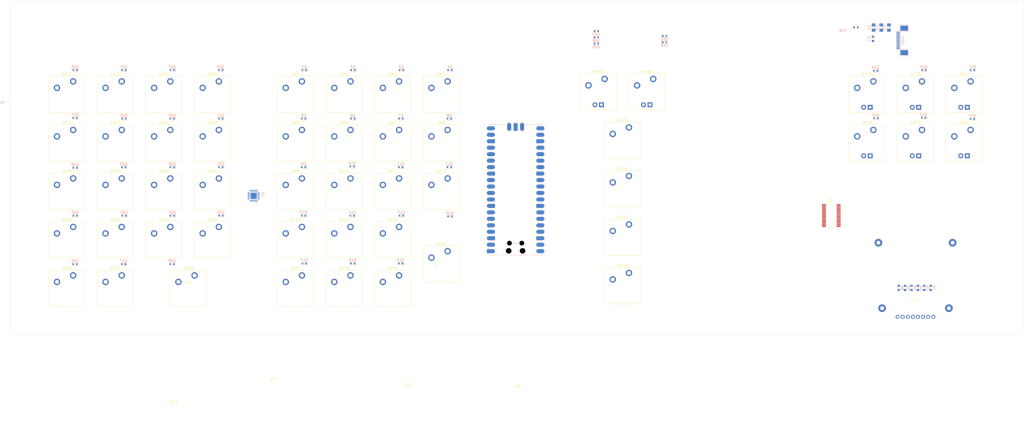
<source format=kicad_pcb>
(kicad_pcb (version 20241229) (generator "pcbnew") (generator_version "9.0")
  (layers (0 "F.Cu" signal) (2 "B.Cu" signal) (13 "F.Paste" user) (15 "B.Paste" user) (5 "F.SilkS" user "F.Silkscreen") (7 "B.SilkS" user "B.Silkscreen") (1 "F.Mask" user) (3 "B.Mask" user) (25 "Edge.Cuts" user))
  (net 0 "")
  (net 1 "/KEY_C7")
  (net 2 "/KEY_R2")
  (net 3 "/KEY_C6")
  (net 4 "/KEY_R3")
  (net 5 "/KEY_C5")
  (net 6 "/KEY_C2")
  (net 10 "/KEY_C4")
  (net 11 "/KEY_R0")
  (net 12 "/KEY_C1")
  (net 13 "/KEY_R1")
  (net 14 "/KEY_R4")
  (net 16 "/KEY_C0")
  (net 18 "/KEY_C3")
  (net 20 "+3V3")
  (net 21 "Net-(D1-A)")
  (net 23 "Net-(D2-A)")
  (net 24 "Net-(D3-A)")
  (net 25 "Net-(D4-A)")
  (net 26 "Net-(D5-A)")
  (net 27 "Net-(D6-A)")
  (net 28 "Net-(D7-A)")
  (net 29 "Net-(D8-A)")
  (net 30 "Net-(D9-A)")
  (net 31 "Net-(D10-A)")
  (net 32 "Net-(D11-A)")
  (net 33 "Net-(D12-A)")
  (net 34 "Net-(D13-A)")
  (net 35 "Net-(D14-A)")
  (net 36 "Net-(D15-A)")
  (net 37 "Net-(D16-A)")
  (net 38 "Net-(D17-A)")
  (net 39 "Net-(D18-A)")
  (net 40 "Net-(D19-A)")
  (net 41 "Net-(D20-A)")
  (net 42 "Net-(D21-A)")
  (net 43 "Net-(D22-A)")
  (net 44 "Net-(D23-A)")
  (net 45 "Net-(D24-A)")
  (net 48 "Net-(D25-A)")
  (net 49 "Net-(D26-A)")
  (net 50 "Net-(D27-A)")
  (net 51 "Net-(D28-A)")
  (net 52 "Net-(D29-A)")
  (net 53 "Net-(D30-A)")
  (net 54 "Net-(D31-A)")
  (net 55 "Net-(D32-A)")
  (net 56 "Net-(D33-A)")
  (net 57 "Net-(D34-A)")
  (net 58 "Net-(D35-A)")
  (net 59 "Net-(D36-A)")
  (net 60 "Net-(D37-A)")
  (net 61 "Net-(D38-A)")
  (net 62 "Net-(D39-A)")
  (net 63 "Net-(D40-A)")
  (net 69 "Net-(D49-A)")
  (net 72 "Net-(D41-A)")
  (net 73 "Net-(D42-A)")
  (net 74 "Net-(D43-A)")
  (net 75 "Net-(D44-A)")
  (net 76 "/KEY_R5")
  (net 77 "+5V")
  (net 78 "GND")
  (net 79 "/SHUTTLE_1")
  (net 80 "/JOG_A")
  (net 81 "/SHUTTLE_3")
  (net 82 "/SHUTTLE_2")
  (net 83 "/JOG_B")
  (net 84 "/SHUTTLE_0")
  (net 85 "Net-(LED1-K)")
  (net 86 "Net-(LED2-K)")
  (net 87 "Net-(LED3-K)")
  (net 88 "Net-(LED4-K)")
  (net 89 "Net-(LED5-K)")
  (net 90 "Net-(LED6-K)")
  (net 91 "Net-(D50-A)")
  (net 96 "Net-(LED7-K)")
  (net 102 "/ENC1_B")
  (net 103 "/ENC2_A")
  (net 104 "/LCD_A0")
  (net 105 "/I2C0_SDA")
  (net 106 "/UART0_TX")
  (net 107 "/SPI0_CS0")
  (net 108 "/PERIPH_RESET")
  (net 109 "/UART0_RX")
  (net 110 "/ENC0_B")
  (net 111 "/SPI0_DOUT")
  (net 112 "/ENC1_A")
  (net 113 "/ENC2_B")
  (net 114 "/ENC0_A")
  (net 115 "/SPI0_SCK")
  (net 116 "/I2C0_SCL")
  (net 117 "Net-(D45-A)")
  (net 118 "Net-(D46-A)")
  (net 119 "Net-(D47-A)")
  (net 120 "Net-(D48-A)")
  (net 121 "Net-(LED8-K)")
  (net 122 "/KEY_R6")
  (net 123 "Net-(LCD1-VSL)")
  (net 124 "Net-(LCD1-VCOMH)")
  (net 125 "Net-(LCD1-VSEGM)")
  (net 126 "Net-(LCD1-IREF)")
  (footprint "CNC-HMI:SW_Cherry_MX_PCB_1.00u" (layer "F.Cu") (at 261.62 75.225)
    (property "Reference" "SW50" (at 0 -8 0) (layer "F.SilkS"))
    (property "Value" "CHERRY_MX_PCB")
    (pad "" np_thru_hole circle (at -5.08 0) (size 1.75 1.75) (drill 1.75) (layers "*.Cu" "*.Mask"))
    (pad "" np_thru_hole circle (at 0 0) (size 4 4) (drill 4) (layers "*.Cu" "*.Mask"))
    (pad "" np_thru_hole circle (at 5.08 0) (size 1.75 1.75) (drill 1.75) (layers "*.Cu" "*.Mask"))
    (pad "1" thru_hole circle (at -3.81 -2.54) (size 2.5 2.5) (drill 1.5) (layers "*.Cu" "*.Mask") (net 122 "/KEY_R6"))
    (pad "2" thru_hole circle (at 2.54 -5.08) (size 2.5 2.5) (drill 1.5) (layers "*.Cu" "*.Mask") (net 91 "Net-(D50-A)"))
  )
  (footprint "CNC-HMI:SW_Cherry_MX_PCB_1.00u" (layer "F.Cu") (at 180.975 114.3)
    (property "Reference" "SW12" (at 0 -8 0) (layer "F.SilkS"))
    (property "Value" "CHERRY_MX_PCB")
    (pad "" np_thru_hole circle (at -5.08 0) (size 1.75 1.75) (drill 1.75) (layers "*.Cu" "*.Mask"))
    (pad "" np_thru_hole circle (at 0 0) (size 4 4) (drill 4) (layers "*.Cu" "*.Mask"))
    (pad "" np_thru_hole circle (at 5.08 0) (size 1.75 1.75) (drill 1.75) (layers "*.Cu" "*.Mask"))
    (pad "1" thru_hole circle (at -3.81 -2.54) (size 2.5 2.5) (drill 1.5) (layers "*.Cu" "*.Mask") (net 2 "/KEY_R2"))
    (pad "2" thru_hole circle (at 2.54 -5.08) (size 2.5 2.5) (drill 1.5) (layers "*.Cu" "*.Mask") (net 33 "Net-(D12-A)"))
  )
  (footprint "CNC-HMI:SW_Cherry_MX_PCB_1.00u" (layer "F.Cu") (at 161.925 76.2)
    (property "Reference" "SW3" (at 0 -8 0) (layer "F.SilkS"))
    (property "Value" "CHERRY_MX_PCB")
    (pad "" np_thru_hole circle (at -5.08 0) (size 1.75 1.75) (drill 1.75) (layers "*.Cu" "*.Mask"))
    (pad "" np_thru_hole circle (at 0 0) (size 4 4) (drill 4) (layers "*.Cu" "*.Mask"))
    (pad "" np_thru_hole circle (at 5.08 0) (size 1.75 1.75) (drill 1.75) (layers "*.Cu" "*.Mask"))
    (pad "1" thru_hole circle (at -3.81 -2.54) (size 2.5 2.5) (drill 1.5) (layers "*.Cu" "*.Mask") (net 11 "/KEY_R0"))
    (pad "2" thru_hole circle (at 2.54 -5.08) (size 2.5 2.5) (drill 1.5) (layers "*.Cu" "*.Mask") (net 24 "Net-(D3-A)"))
  )
  (footprint "CNC-HMI:SW_Cherry_MX_PCB_1.00u" (layer "F.Cu") (at 142.875 95.25)
    (property "Reference" "SW6" (at 0 -8 0) (layer "F.SilkS"))
    (property "Value" "CHERRY_MX_PCB")
    (pad "" np_thru_hole circle (at -5.08 0) (size 1.75 1.75) (drill 1.75) (layers "*.Cu" "*.Mask"))
    (pad "" np_thru_hole circle (at 0 0) (size 4 4) (drill 4) (layers "*.Cu" "*.Mask"))
    (pad "" np_thru_hole circle (at 5.08 0) (size 1.75 1.75) (drill 1.75) (layers "*.Cu" "*.Mask"))
    (pad "1" thru_hole circle (at -3.81 -2.54) (size 2.5 2.5) (drill 1.5) (layers "*.Cu" "*.Mask") (net 13 "/KEY_R1"))
    (pad "2" thru_hole circle (at 2.54 -5.08) (size 2.5 2.5) (drill 1.5) (layers "*.Cu" "*.Mask") (net 27 "Net-(D6-A)"))
  )
  (footprint "CNC-HMI:Stabilizer_Cherry_MX_2.00u" (layer "F.Cu") (at 210.947 192.943)
    (property "Reference" "ST6" (at 0 -2 0) (layer "F.SilkS"))
    (property "Value" "~")
    (pad "" np_thru_hole circle (at -11.938 -6.985) (size 3.048 3.048) (drill 3.048) (layers "*.Cu" "*.Mask"))
    (pad "" np_thru_hole circle (at -11.938 8.225) (size 3.9878 3.9878) (drill 3.9878) (layers "*.Cu" "*.Mask"))
    (pad "" np_thru_hole circle (at 11.938 -6.985) (size 3.048 3.048) (drill 3.048) (layers "*.Cu" "*.Mask"))
    (pad "" np_thru_hole circle (at 11.938 8.225) (size 3.9878 3.9878) (drill 3.9878) (layers "*.Cu" "*.Mask"))
  )
  (footprint "CNC-HMI:SW_Cherry_MX_PCB_2.00u_90deg" (layer "F.Cu") (at 180.975 142.875)
    (property "Reference" "SW16" (at 0 -8 0) (layer "F.SilkS"))
    (property "Value" "CHERRY_MX_PCB")
    (pad "" np_thru_hole circle (at -5.08 0) (size 1.75 1.75) (drill 1.75) (layers "*.Cu" "*.Mask"))
    (pad "" np_thru_hole circle (at 0 0) (size 4 4) (drill 4) (layers "*.Cu" "*.Mask"))
    (pad "" np_thru_hole circle (at 5.08 0) (size 1.75 1.75) (drill 1.75) (layers "*.Cu" "*.Mask"))
    (pad "1" thru_hole circle (at -3.81 -2.54) (size 2.5 2.5) (drill 1.5) (layers "*.Cu" "*.Mask") (net 4 "/KEY_R3"))
    (pad "2" thru_hole circle (at 2.54 -5.08) (size 2.5 2.5) (drill 1.5) (layers "*.Cu" "*.Mask") (net 37 "Net-(D16-A)"))
  )
  (footprint "MX_V2_Misc:MX-LED-Reversed" (layer "F.Cu") (at 386.08 95.25)
    (property "Reference" "LED6")
    (property "Value" "LED")
    (pad "1" thru_hole rect (at 1.27 5.08) (size 1.905 1.905) (drill 1.04) (layers "*.Cu" "B.Mask") (net 90 "Net-(LED6-K)"))
    (pad "2" thru_hole circle (at -1.27 5.08) (size 1.905 1.905) (drill 1.04) (layers "*.Cu" "B.Mask") (net 77 "+5V"))
  )
  (footprint "CNC-HMI:SW_Cherry_MX_PCB_2.00u" (layer "F.Cu") (at 252.095 151.425)
    (property "Reference" "SW48" (at 0 -8 0) (layer "F.SilkS"))
    (property "Value" "CHERRY_MX_PCB")
    (pad "" np_thru_hole circle (at -5.08 0) (size 1.75 1.75) (drill 1.75) (layers "*.Cu" "*.Mask"))
    (pad "" np_thru_hole circle (at 0 0) (size 4 4) (drill 4) (layers "*.Cu" "*.Mask"))
    (pad "" np_thru_hole circle (at 5.08 0) (size 1.75 1.75) (drill 1.75) (layers "*.Cu" "*.Mask"))
    (pad "1" thru_hole circle (at -3.81 -2.54) (size 2.5 2.5) (drill 1.5) (layers "*.Cu" "*.Mask") (net 76 "/KEY_R5"))
    (pad "2" thru_hole circle (at 2.54 -5.08) (size 2.5 2.5) (drill 1.5) (layers "*.Cu" "*.Mask") (net 120 "Net-(D48-A)"))
  )
  (footprint "CNC-HMI:SW_Cherry_MX_PCB_1.00u" (layer "F.Cu") (at 72.198 95.25)
    (property "Reference" "SW26" (at 0 -8 0) (layer "F.SilkS"))
    (property "Value" "CHERRY_MX_PCB")
    (pad "" np_thru_hole circle (at -5.08 0) (size 1.75 1.75) (drill 1.75) (layers "*.Cu" "*.Mask"))
    (pad "" np_thru_hole circle (at 0 0) (size 4 4) (drill 4) (layers "*.Cu" "*.Mask"))
    (pad "" np_thru_hole circle (at 5.08 0) (size 1.75 1.75) (drill 1.75) (layers "*.Cu" "*.Mask"))
    (pad "1" thru_hole circle (at -3.81 -2.54) (size 2.5 2.5) (drill 1.5) (layers "*.Cu" "*.Mask") (net 13 "/KEY_R1"))
    (pad "2" thru_hole circle (at 2.54 -5.08) (size 2.5 2.5) (drill 1.5) (layers "*.Cu" "*.Mask") (net 49 "Net-(D26-A)"))
  )
  (footprint "CNC-HMI:SW_Cherry_MX_PCB_1.00u" (layer "F.Cu") (at 180.975 95.25)
    (property "Reference" "SW8" (at 0 -8 0) (layer "F.SilkS"))
    (property "Value" "CHERRY_MX_PCB")
    (pad "" np_thru_hole circle (at -5.08 0) (size 1.75 1.75) (drill 1.75) (layers "*.Cu" "*.Mask"))
    (pad "" np_thru_hole circle (at 0 0) (size 4 4) (drill 4) (layers "*.Cu" "*.Mask"))
    (pad "" np_thru_hole circle (at 5.08 0) (size 1.75 1.75) (drill 1.75) (layers "*.Cu" "*.Mask"))
    (pad "1" thru_hole circle (at -3.81 -2.54) (size 2.5 2.5) (drill 1.5) (layers "*.Cu" "*.Mask") (net 13 "/KEY_R1"))
    (pad "2" thru_hole circle (at 2.54 -5.08) (size 2.5 2.5) (drill 1.5) (layers "*.Cu" "*.Mask") (net 29 "Net-(D8-A)"))
  )
  (footprint "CNC-HMI:SW_Cherry_MX_PCB_1.00u" (layer "F.Cu") (at 123.825 114.3)
    (property "Reference" "SW9" (at 0 -8 0) (layer "F.SilkS"))
    (property "Value" "CHERRY_MX_PCB")
    (pad "" np_thru_hole circle (at -5.08 0) (size 1.75 1.75) (drill 1.75) (layers "*.Cu" "*.Mask"))
    (pad "" np_thru_hole circle (at 0 0) (size 4 4) (drill 4) (layers "*.Cu" "*.Mask"))
    (pad "" np_thru_hole circle (at 5.08 0) (size 1.75 1.75) (drill 1.75) (layers "*.Cu" "*.Mask"))
    (pad "1" thru_hole circle (at -3.81 -2.54) (size 2.5 2.5) (drill 1.5) (layers "*.Cu" "*.Mask") (net 2 "/KEY_R2"))
    (pad "2" thru_hole circle (at 2.54 -5.08) (size 2.5 2.5) (drill 1.5) (layers "*.Cu" "*.Mask") (net 30 "Net-(D9-A)"))
  )
  (footprint "CNC-HMI:SW_Cherry_MX_PCB_2.00u" (layer "F.Cu") (at 81.723 152.4)
    (property "Reference" "SW38" (at 0 -8 0) (layer "F.SilkS"))
    (property "Value" "CHERRY_MX_PCB")
    (pad "" np_thru_hole circle (at -5.08 0) (size 1.75 1.75) (drill 1.75) (layers "*.Cu" "*.Mask"))
    (pad "" np_thru_hole circle (at 0 0) (size 4 4) (drill 4) (layers "*.Cu" "*.Mask"))
    (pad "" np_thru_hole circle (at 5.08 0) (size 1.75 1.75) (drill 1.75) (layers "*.Cu" "*.Mask"))
    (pad "1" thru_hole circle (at -3.81 -2.54) (size 2.5 2.5) (drill 1.5) (layers "*.Cu" "*.Mask") (net 14 "/KEY_R4"))
    (pad "2" thru_hole circle (at 2.54 -5.08) (size 2.5 2.5) (drill 1.5) (layers "*.Cu" "*.Mask") (net 61 "Net-(D38-A)"))
  )
  (footprint "MX_V2_Misc:MX-LED-Reversed" (layer "F.Cu") (at 367.03 76.2)
    (property "Reference" "LED2")
    (property "Value" "LED")
    (pad "1" thru_hole rect (at 1.27 5.08) (size 1.905 1.905) (drill 1.04) (layers "*.Cu" "B.Mask") (net 86 "Net-(LED2-K)"))
    (pad "2" thru_hole circle (at -1.27 5.08) (size 1.905 1.905) (drill 1.04) (layers "*.Cu" "B.Mask") (net 77 "+5V"))
  )
  (footprint "CNC-HMI:SW_Cherry_MX_PCB_1.00u" (layer "F.Cu") (at 242.57 75.225)
    (property "Reference" "SW49" (at 0 -8 0) (layer "F.SilkS"))
    (property "Value" "CHERRY_MX_PCB")
    (pad "" np_thru_hole circle (at -5.08 0) (size 1.75 1.75) (drill 1.75) (layers "*.Cu" "*.Mask"))
    (pad "" np_thru_hole circle (at 0 0) (size 4 4) (drill 4) (layers "*.Cu" "*.Mask"))
    (pad "" np_thru_hole circle (at 5.08 0) (size 1.75 1.75) (drill 1.75) (layers "*.Cu" "*.Mask"))
    (pad "1" thru_hole circle (at -3.81 -2.54) (size 2.5 2.5) (drill 1.5) (layers "*.Cu" "*.Mask") (net 122 "/KEY_R6"))
    (pad "2" thru_hole circle (at 2.54 -5.08) (size 2.5 2.5) (drill 1.5) (layers "*.Cu" "*.Mask") (net 69 "Net-(D49-A)"))
  )
  (footprint "MX_V2_Misc:MX-LED-Reversed" (layer "F.Cu") (at 367.03 95.25)
    (property "Reference" "LED5")
    (property "Value" "LED")
    (pad "1" thru_hole rect (at 1.27 5.08) (size 1.905 1.905) (drill 1.04) (layers "*.Cu" "B.Mask") (net 89 "Net-(LED5-K)"))
    (pad "2" thru_hole circle (at -1.27 5.08) (size 1.905 1.905) (drill 1.04) (layers "*.Cu" "B.Mask") (net 77 "+5V"))
  )
  (footprint "CNC-HMI:SW_Cherry_MX_PCB_1.00u" (layer "F.Cu") (at 72.198 76.2)
    (property "Reference" "SW22" (at 0 -8 0) (layer "F.SilkS"))
    (property "Value" "CHERRY_MX_PCB")
    (pad "" np_thru_hole circle (at -5.08 0) (size 1.75 1.75) (drill 1.75) (layers "*.Cu" "*.Mask"))
    (pad "" np_thru_hole circle (at 0 0) (size 4 4) (drill 4) (layers "*.Cu" "*.Mask"))
    (pad "" np_thru_hole circle (at 5.08 0) (size 1.75 1.75) (drill 1.75) (layers "*.Cu" "*.Mask"))
    (pad "1" thru_hole circle (at -3.81 -2.54) (size 2.5 2.5) (drill 1.5) (layers "*.Cu" "*.Mask") (net 11 "/KEY_R0"))
    (pad "2" thru_hole circle (at 2.54 -5.08) (size 2.5 2.5) (drill 1.5) (layers "*.Cu" "*.Mask") (net 43 "Net-(D22-A)"))
  )
  (footprint "CNC-HMI:SW_Cherry_MX_PCB_1.00u" (layer "F.Cu") (at 72.198 133.35)
    (property "Reference" "SW34" (at 0 -8 0) (layer "F.SilkS"))
    (property "Value" "CHERRY_MX_PCB")
    (pad "" np_thru_hole circle (at -5.08 0) (size 1.75 1.75) (drill 1.75) (layers "*.Cu" "*.Mask"))
    (pad "" np_thru_hole circle (at 0 0) (size 4 4) (drill 4) (layers "*.Cu" "*.Mask"))
    (pad "" np_thru_hole circle (at 5.08 0) (size 1.75 1.75) (drill 1.75) (layers "*.Cu" "*.Mask"))
    (pad "1" thru_hole circle (at -3.81 -2.54) (size 2.5 2.5) (drill 1.5) (layers "*.Cu" "*.Mask") (net 4 "/KEY_R3"))
    (pad "2" thru_hole circle (at 2.54 -5.08) (size 2.5 2.5) (drill 1.5) (layers "*.Cu" "*.Mask") (net 57 "Net-(D34-A)"))
  )
  (footprint "CNC-HMI:SW_Cherry_MX_PCB_1.00u" (layer "F.Cu") (at 53.148 114.3)
    (property "Reference" "SW29" (at 0 -8 0) (layer "F.SilkS"))
    (property "Value" "CHERRY_MX_PCB")
    (pad "" np_thru_hole circle (at -5.08 0) (size 1.75 1.75) (drill 1.75) (layers "*.Cu" "*.Mask"))
    (pad "" np_thru_hole circle (at 0 0) (size 4 4) (drill 4) (layers "*.Cu" "*.Mask"))
    (pad "" np_thru_hole circle (at 5.08 0) (size 1.75 1.75) (drill 1.75) (layers "*.Cu" "*.Mask"))
    (pad "1" thru_hole circle (at -3.81 -2.54) (size 2.5 2.5) (drill 1.5) (layers "*.Cu" "*.Mask") (net 2 "/KEY_R2"))
    (pad "2" thru_hole circle (at 2.54 -5.08) (size 2.5 2.5) (drill 1.5) (layers "*.Cu" "*.Mask") (net 52 "Net-(D29-A)"))
  )
  (footprint "CNC-HMI:SW_Cherry_MX_PCB_1.00u" (layer "F.Cu") (at 123.825 133.35)
    (property "Reference" "SW13" (at 0 -8 0) (layer "F.SilkS"))
    (property "Value" "CHERRY_MX_PCB")
    (pad "" np_thru_hole circle (at -5.08 0) (size 1.75 1.75) (drill 1.75) (layers "*.Cu" "*.Mask"))
    (pad "" np_thru_hole circle (at 0 0) (size 4 4) (drill 4) (layers "*.Cu" "*.Mask"))
    (pad "" np_thru_hole circle (at 5.08 0) (size 1.75 1.75) (drill 1.75) (layers "*.Cu" "*.Mask"))
    (pad "1" thru_hole circle (at -3.81 -2.54) (size 2.5 2.5) (drill 1.5) (layers "*.Cu" "*.Mask") (net 4 "/KEY_R3"))
    (pad "2" thru_hole circle (at 2.54 -5.08) (size 2.5 2.5) (drill 1.5) (layers "*.Cu" "*.Mask") (net 34 "Net-(D13-A)"))
  )
  (footprint "CNC-HMI:SW_Cherry_MX_PCB_1.00u" (layer "F.Cu") (at 34.098 76.2)
    (property "Reference" "SW20" (at 0 -8 0) (layer "F.SilkS"))
    (property "Value" "CHERRY_MX_PCB")
    (pad "" np_thru_hole circle (at -5.08 0) (size 1.75 1.75) (drill 1.75) (layers "*.Cu" "*.Mask"))
    (pad "" np_thru_hole circle (at 0 0) (size 4 4) (drill 4) (layers "*.Cu" "*.Mask"))
    (pad "" np_thru_hole circle (at 5.08 0) (size 1.75 1.75) (drill 1.75) (layers "*.Cu" "*.Mask"))
    (pad "1" thru_hole circle (at -3.81 -2.54) (size 2.5 2.5) (drill 1.5) (layers "*.Cu" "*.Mask") (net 14 "/KEY_R4"))
    (pad "2" thru_hole circle (at 2.54 -5.08) (size 2.5 2.5) (drill 1.5) (layers "*.Cu" "*.Mask") (net 41 "Net-(D20-A)"))
  )
  (footprint "CNC-HMI:SW_Cherry_MX_PCB_1.00u" (layer "F.Cu") (at 34.098 95.25)
    (property "Reference" "SW24" (at 0 -8 0) (layer "F.SilkS"))
    (property "Value" "CHERRY_MX_PCB")
    (pad "" np_thru_hole circle (at -5.08 0) (size 1.75 1.75) (drill 1.75) (layers "*.Cu" "*.Mask"))
    (pad "" np_thru_hole circle (at 0 0) (size 4 4) (drill 4) (layers "*.Cu" "*.Mask"))
    (pad "" np_thru_hole circle (at 5.08 0) (size 1.75 1.75) (drill 1.75) (layers "*.Cu" "*.Mask"))
    (pad "1" thru_hole circle (at -3.81 -2.54) (size 2.5 2.5) (drill 1.5) (layers "*.Cu" "*.Mask") (net 11 "/KEY_R0"))
    (pad "2" thru_hole circle (at 2.54 -5.08) (size 2.5 2.5) (drill 1.5) (layers "*.Cu" "*.Mask") (net 45 "Net-(D24-A)"))
  )
  (footprint "CNC-HMI:SW_Cherry_MX_PCB_1.00u" (layer "F.Cu") (at 91.248 76.2)
    (property "Reference" "SW23" (at 0 -8 0) (layer "F.SilkS"))
    (property "Value" "CHERRY_MX_PCB")
    (pad "" np_thru_hole circle (at -5.08 0) (size 1.75 1.75) (drill 1.75) (layers "*.Cu" "*.Mask"))
    (pad "" np_thru_hole circle (at 0 0) (size 4 4) (drill 4) (layers "*.Cu" "*.Mask"))
    (pad "" np_thru_hole circle (at 5.08 0) (size 1.75 1.75) (drill 1.75) (layers "*.Cu" "*.Mask"))
    (pad "1" thru_hole circle (at -3.81 -2.54) (size 2.5 2.5) (drill 1.5) (layers "*.Cu" "*.Mask") (net 11 "/KEY_R0"))
    (pad "2" thru_hole circle (at 2.54 -5.08) (size 2.5 2.5) (drill 1.5) (layers "*.Cu" "*.Mask") (net 44 "Net-(D23-A)"))
  )
  (footprint "CNC-HMI:SW_Cherry_MX_PCB_1.00u" (layer "F.Cu") (at 386.08 95.25)
    (property "Reference" "SW44" (at 0 -8 0) (layer "F.SilkS"))
    (property "Value" "CHERRY_MX_PCB")
    (pad "" np_thru_hole circle (at -5.08 0) (size 1.75 1.75) (drill 1.75) (layers "*.Cu" "*.Mask"))
    (pad "" np_thru_hole circle (at 0 0) (size 4 4) (drill 4) (layers "*.Cu" "*.Mask"))
    (pad "" np_thru_hole circle (at 5.08 0) (size 1.75 1.75) (drill 1.75) (layers "*.Cu" "*.Mask"))
    (pad "1" thru_hole circle (at -3.81 -2.54) (size 2.5 2.5) (drill 1.5) (layers "*.Cu" "*.Mask") (net 76 "/KEY_R5"))
    (pad "2" thru_hole circle (at 2.54 -5.08) (size 2.5 2.5) (drill 1.5) (layers "*.Cu" "*.Mask") (net 75 "Net-(D44-A)"))
  )
  (footprint "CNC-HMI:SW_Cherry_MX_PCB_1.00u" (layer "F.Cu") (at 91.248 114.3)
    (property "Reference" "SW31" (at 0 -8 0) (layer "F.SilkS"))
    (property "Value" "CHERRY_MX_PCB")
    (pad "" np_thru_hole circle (at -5.08 0) (size 1.75 1.75) (drill 1.75) (layers "*.Cu" "*.Mask"))
    (pad "" np_thru_hole circle (at 0 0) (size 4 4) (drill 4) (layers "*.Cu" "*.Mask"))
    (pad "" np_thru_hole circle (at 5.08 0) (size 1.75 1.75) (drill 1.75) (layers "*.Cu" "*.Mask"))
    (pad "1" thru_hole circle (at -3.81 -2.54) (size 2.5 2.5) (drill 1.5) (layers "*.Cu" "*.Mask") (net 2 "/KEY_R2"))
    (pad "2" thru_hole circle (at 2.54 -5.08) (size 2.5 2.5) (drill 1.5) (layers "*.Cu" "*.Mask") (net 54 "Net-(D31-A)"))
  )
  (footprint "CNC-HMI:SW_Cherry_MX_PCB_1.00u" (layer "F.Cu") (at 72.198 114.3)
    (property "Reference" "SW30" (at 0 -8 0) (layer "F.SilkS"))
    (property "Value" "CHERRY_MX_PCB")
    (pad "" np_thru_hole circle (at -5.08 0) (size 1.75 1.75) (drill 1.75) (layers "*.Cu" "*.Mask"))
    (pad "" np_thru_hole circle (at 0 0) (size 4 4) (drill 4) (layers "*.Cu" "*.Mask"))
    (pad "" np_thru_hole circle (at 5.08 0) (size 1.75 1.75) (drill 1.75) (layers "*.Cu" "*.Mask"))
    (pad "1" thru_hole circle (at -3.81 -2.54) (size 2.5 2.5) (drill 1.5) (layers "*.Cu" "*.Mask") (net 2 "/KEY_R2"))
    (pad "2" thru_hole circle (at 2.54 -5.08) (size 2.5 2.5) (drill 1.5) (layers "*.Cu" "*.Mask") (net 53 "Net-(D30-A)"))
  )
  (footprint "CNC-HMI:SW_Cherry_MX_PCB_1.00u" (layer "F.Cu") (at 91.248 133.35)
    (property "Reference" "SW35" (at 0 -8 0) (layer "F.SilkS"))
    (property "Value" "CHERRY_MX_PCB")
    (pad "" np_thru_hole circle (at -5.08 0) (size 1.75 1.75) (drill 1.75) (layers "*.Cu" "*.Mask"))
    (pad "" np_thru_hole circle (at 0 0) (size 4 4) (drill 4) (layers "*.Cu" "*.Mask"))
    (pad "" np_thru_hole circle (at 5.08 0) (size 1.75 1.75) (drill 1.75) (layers "*.Cu" "*.Mask"))
    (pad "1" thru_hole circle (at -3.81 -2.54) (size 2.5 2.5) (drill 1.5) (layers "*.Cu" "*.Mask") (net 4 "/KEY_R3"))
    (pad "2" thru_hole circle (at 2.54 -5.08) (size 2.5 2.5) (drill 1.5) (layers "*.Cu" "*.Mask") (net 58 "Net-(D35-A)"))
  )
  (footprint "CNC-HMI:Stabilizer_Cherry_MX_2.00u" (layer "F.Cu") (at 180.975 142.875 90)
    (property "Reference" "ST1" (at 0 -2 90) (layer "F.SilkS"))
    (property "Value" "~")
    (pad "" np_thru_hole circle (at -11.938 -6.985 90) (size 3.048 3.048) (drill 3.048) (layers "*.Cu" "*.Mask"))
    (pad "" np_thru_hole circle (at -11.938 8.225 90) (size 3.9878 3.9878) (drill 3.9878) (layers "*.Cu" "*.Mask"))
    (pad "" np_thru_hole circle (at 11.938 -6.985 90) (size 3.048 3.048) (drill 3.048) (layers "*.Cu" "*.Mask"))
    (pad "" np_thru_hole circle (at 11.938 8.225 90) (size 3.9878 3.9878) (drill 3.9878) (layers "*.Cu" "*.Mask"))
  )
  (footprint "CNC-HMI:SW_Cherry_MX_PCB_1.00u" (layer "F.Cu") (at 142.875 114.3)
    (property "Reference" "SW10" (at 0 -8 0) (layer "F.SilkS"))
    (property "Value" "CHERRY_MX_PCB")
    (pad "" np_thru_hole circle (at -5.08 0) (size 1.75 1.75) (drill 1.75) (layers "*.Cu" "*.Mask"))
    (pad "" np_thru_hole circle (at 0 0) (size 4 4) (drill 4) (layers "*.Cu" "*.Mask"))
    (pad "" np_thru_hole circle (at 5.08 0) (size 1.75 1.75) (drill 1.75) (layers "*.Cu" "*.Mask"))
    (pad "1" thru_hole circle (at -3.81 -2.54) (size 2.5 2.5) (drill 1.5) (layers "*.Cu" "*.Mask") (net 2 "/KEY_R2"))
    (pad "2" thru_hole circle (at 2.54 -5.08) (size 2.5 2.5) (drill 1.5) (layers "*.Cu" "*.Mask") (net 31 "Net-(D10-A)"))
  )
  (footprint "MX_V2_Misc:MX-LED-Reversed" (layer "F.Cu") (at 347.98 95.25)
    (property "Reference" "LED4")
    (property "Value" "LED")
    (pad "1" thru_hole rect (at 1.27 5.08) (size 1.905 1.905) (drill 1.04) (layers "*.Cu" "B.Mask") (net 88 "Net-(LED4-K)"))
    (pad "2" thru_hole circle (at -1.27 5.08) (size 1.905 1.905) (drill 1.04) (layers "*.Cu" "B.Mask") (net 77 "+5V"))
  )
  (footprint "CNC-HMI:SW_Cherry_MX_PCB_1.00u" (layer "F.Cu") (at 367.03 95.25)
    (property "Reference" "SW43" (at 0 -8 0) (layer "F.SilkS"))
    (property "Value" "CHERRY_MX_PCB")
    (pad "" np_thru_hole circle (at -5.08 0) (size 1.75 1.75) (drill 1.75) (layers "*.Cu" "*.Mask"))
    (pad "" np_thru_hole circle (at 0 0) (size 4 4) (drill 4) (layers "*.Cu" "*.Mask"))
    (pad "" np_thru_hole circle (at 5.08 0) (size 1.75 1.75) (drill 1.75) (layers "*.Cu" "*.Mask"))
    (pad "1" thru_hole circle (at -3.81 -2.54) (size 2.5 2.5) (drill 1.5) (layers "*.Cu" "*.Mask") (net 76 "/KEY_R5"))
    (pad "2" thru_hole circle (at 2.54 -5.08) (size 2.5 2.5) (drill 1.5) (layers "*.Cu" "*.Mask") (net 74 "Net-(D43-A)"))
  )
  (footprint "CNC-HMI:SW_Cherry_MX_PCB_1.00u" (layer "F.Cu") (at 180.975 76.2)
    (property "Reference" "SW4" (at 0 -8 0) (layer "F.SilkS"))
    (property "Value" "CHERRY_MX_PCB")
    (pad "" np_thru_hole circle (at -5.08 0) (size 1.75 1.75) (drill 1.75) (layers "*.Cu" "*.Mask"))
    (pad "" np_thru_hole circle (at 0 0) (size 4 4) (drill 4) (layers "*.Cu" "*.Mask"))
    (pad "" np_thru_hole circle (at 5.08 0) (size 1.75 1.75) (drill 1.75) (layers "*.Cu" "*.Mask"))
    (pad "1" thru_hole circle (at -3.81 -2.54) (size 2.5 2.5) (drill 1.5) (layers "*.Cu" "*.Mask") (net 11 "/KEY_R0"))
    (pad "2" thru_hole circle (at 2.54 -5.08) (size 2.5 2.5) (drill 1.5) (layers "*.Cu" "*.Mask") (net 25 "Net-(D4-A)"))
  )
  (footprint "CNC-HMI:SW_Cherry_MX_PCB_1.00u" (layer "F.Cu") (at 34.098 133.35)
    (property "Reference" "SW32" (at 0 -8 0) (layer "F.SilkS"))
    (property "Value" "CHERRY_MX_PCB")
    (pad "" np_thru_hole circle (at -5.08 0) (size 1.75 1.75) (drill 1.75) (layers "*.Cu" "*.Mask"))
    (pad "" np_thru_hole circle (at 0 0) (size 4 4) (drill 4) (layers "*.Cu" "*.Mask"))
    (pad "" np_thru_hole circle (at 5.08 0) (size 1.75 1.75) (drill 1.75) (layers "*.Cu" "*.Mask"))
    (pad "1" thru_hole circle (at -3.81 -2.54) (size 2.5 2.5) (drill 1.5) (layers "*.Cu" "*.Mask") (net 2 "/KEY_R2"))
    (pad "2" thru_hole circle (at 2.54 -5.08) (size 2.5 2.5) (drill 1.5) (layers "*.Cu" "*.Mask") (net 55 "Net-(D32-A)"))
  )
  (footprint "CNC-HMI:SW_Cherry_MX_PCB_1.00u" (layer "F.Cu") (at 123.825 76.2)
    (property "Reference" "SW1" (at 0 -8 0) (layer "F.SilkS"))
    (property "Value" "CHERRY_MX_PCB")
    (pad "" np_thru_hole circle (at -5.08 0) (size 1.75 1.75) (drill 1.75) (layers "*.Cu" "*.Mask"))
    (pad "" np_thru_hole circle (at 0 0) (size 4 4) (drill 4) (layers "*.Cu" "*.Mask"))
    (pad "" np_thru_hole circle (at 5.08 0) (size 1.75 1.75) (drill 1.75) (layers "*.Cu" "*.Mask"))
    (pad "1" thru_hole circle (at -3.81 -2.54) (size 2.5 2.5) (drill 1.5) (layers "*.Cu" "*.Mask") (net 11 "/KEY_R0"))
    (pad "2" thru_hole circle (at 2.54 -5.08) (size 2.5 2.5) (drill 1.5) (layers "*.Cu" "*.Mask") (net 21 "Net-(D1-A)"))
  )
  (footprint "CNC-HMI:SW_Cherry_MX_PCB_1.00u" (layer "F.Cu") (at 53.148 76.2)
    (property "Reference" "SW21" (at 0 -8 0) (layer "F.SilkS"))
    (property "Value" "CHERRY_MX_PCB")
    (pad "" np_thru_hole circle (at -5.08 0) (size 1.75 1.75) (drill 1.75) (layers "*.Cu" "*.Mask"))
    (pad "" np_thru_hole circle (at 0 0) (size 4 4) (drill 4) (layers "*.Cu" "*.Mask"))
    (pad "" np_thru_hole circle (at 5.08 0) (size 1.75 1.75) (drill 1.75) (layers "*.Cu" "*.Mask"))
    (pad "1" thru_hole circle (at -3.81 -2.54) (size 2.5 2.5) (drill 1.5) (layers "*.Cu" "*.Mask") (net 11 "/KEY_R0"))
    (pad "2" thru_hole circle (at 2.54 -5.08) (size 2.5 2.5) (drill 1.5) (layers "*.Cu" "*.Mask") (net 42 "Net-(D21-A)"))
  )
  (footprint "CNC-HMI:SW_Cherry_MX_PCB_1.00u" (layer "F.Cu") (at 34.098 152.4)
    (property "Reference" "SW36" (at 0 -8 0) (layer "F.SilkS"))
    (property "Value" "CHERRY_MX_PCB")
    (pad "" np_thru_hole circle (at -5.08 0) (size 1.75 1.75) (drill 1.75) (layers "*.Cu" "*.Mask"))
    (pad "" np_thru_hole circle (at 0 0) (size 4 4) (drill 4) (layers "*.Cu" "*.Mask"))
    (pad "" np_thru_hole circle (at 5.08 0) (size 1.75 1.75) (drill 1.75) (layers "*.Cu" "*.Mask"))
    (pad "1" thru_hole circle (at -3.81 -2.54) (size 2.5 2.5) (drill 1.5) (layers "*.Cu" "*.Mask") (net 4 "/KEY_R3"))
    (pad "2" thru_hole circle (at 2.54 -5.08) (size 2.5 2.5) (drill 1.5) (layers "*.Cu" "*.Mask") (net 59 "Net-(D36-A)"))
  )
  (footprint "CNC-HMI:SW_Cherry_MX_PCB_1.00u" (layer "F.Cu") (at 386.08 76.2)
    (property "Reference" "SW41" (at 0 -8 0) (layer "F.SilkS"))
    (property "Value" "CHERRY_MX_PCB")
    (pad "" np_thru_hole circle (at -5.08 0) (size 1.75 1.75) (drill 1.75) (layers "*.Cu" "*.Mask"))
    (pad "" np_thru_hole circle (at 0 0) (size 4 4) (drill 4) (layers "*.Cu" "*.Mask"))
    (pad "" np_thru_hole circle (at 5.08 0) (size 1.75 1.75) (drill 1.75) (layers "*.Cu" "*.Mask"))
    (pad "1" thru_hole circle (at -3.81 -2.54) (size 2.5 2.5) (drill 1.5) (layers "*.Cu" "*.Mask") (net 76 "/KEY_R5"))
    (pad "2" thru_hole circle (at 2.54 -5.08) (size 2.5 2.5) (drill 1.5) (layers "*.Cu" "*.Mask") (net 72 "Net-(D41-A)"))
  )
  (footprint "MX_V2_Misc:MX-LED-Reversed" (layer "F.Cu") (at 261.62 75.225)
    (property "Reference" "LED8")
    (property "Value" "LED")
    (pad "1" thru_hole rect (at 1.27 5.08) (size 1.905 1.905) (drill 1.04) (layers "*.Cu" "B.Mask") (net 121 "Net-(LED8-K)"))
    (pad "2" thru_hole circle (at -1.27 5.08) (size 1.905 1.905) (drill 1.04) (layers "*.Cu" "B.Mask") (net 77 "+5V"))
  )
  (footprint "CNC-HMI:SW_Cherry_MX_PCB_1.00u" (layer "F.Cu") (at 53.148 95.25)
    (property "Reference" "SW25" (at 0 -8 0) (layer "F.SilkS"))
    (property "Value" "CHERRY_MX_PCB")
    (pad "" np_thru_hole circle (at -5.08 0) (size 1.75 1.75) (drill 1.75) (layers "*.Cu" "*.Mask"))
    (pad "" np_thru_hole circle (at 0 0) (size 4 4) (drill 4) (layers "*.Cu" "*.Mask"))
    (pad "" np_thru_hole circle (at 5.08 0) (size 1.75 1.75) (drill 1.75) (layers "*.Cu" "*.Mask"))
    (pad "1" thru_hole circle (at -3.81 -2.54) (size 2.5 2.5) (drill 1.5) (layers "*.Cu" "*.Mask") (net 13 "/KEY_R1"))
    (pad "2" thru_hole circle (at 2.54 -5.08) (size 2.5 2.5) (drill 1.5) (layers "*.Cu" "*.Mask") (net 48 "Net-(D25-A)"))
  )
  (footprint "CNC-HMI:Stabilizer_Cherry_MX_2.00u" (layer "F.Cu") (at 115.189 189.9791)
    (property "Reference" "ST4" (at 0 -2 0) (layer "F.SilkS"))
    (property "Value" "~")
    (pad "" np_thru_hole circle (at -11.938 -6.985) (size 3.048 3.048) (drill 3.048) (layers "*.Cu" "*.Mask"))
    (pad "" np_thru_hole circle (at -11.938 8.225) (size 3.9878 3.9878) (drill 3.9878) (layers "*.Cu" "*.Mask"))
    (pad "" np_thru_hole circle (at 11.938 -6.985) (size 3.048 3.048) (drill 3.048) (layers "*.Cu" "*.Mask"))
    (pad "" np_thru_hole circle (at 11.938 8.225) (size 3.9878 3.9878) (drill 3.9878) (layers "*.Cu" "*.Mask"))
  )
  (footprint "CNC-HMI:SW_Cherry_MX_PCB_1.00u" (layer "F.Cu") (at 142.875 152.4)
    (property "Reference" "SW18" (at 0 -8 0) (layer "F.SilkS"))
    (property "Value" "CHERRY_MX_PCB")
    (pad "" np_thru_hole circle (at -5.08 0) (size 1.75 1.75) (drill 1.75) (layers "*.Cu" "*.Mask"))
    (pad "" np_thru_hole circle (at 0 0) (size 4 4) (drill 4) (layers "*.Cu" "*.Mask"))
    (pad "" np_thru_hole circle (at 5.08 0) (size 1.75 1.75) (drill 1.75) (layers "*.Cu" "*.Mask"))
    (pad "1" thru_hole circle (at -3.81 -2.54) (size 2.5 2.5) (drill 1.5) (layers "*.Cu" "*.Mask") (net 14 "/KEY_R4"))
    (pad "2" thru_hole circle (at 2.54 -5.08) (size 2.5 2.5) (drill 1.5) (layers "*.Cu" "*.Mask") (net 39 "Net-(D18-A)"))
  )
  (footprint "MX_V2_Misc:MX-LED-Reversed" (layer "F.Cu") (at 386.08 76.2)
    (property "Reference" "LED3")
    (property "Value" "LED")
    (pad "1" thru_hole rect (at 1.27 5.08) (size 1.905 1.905) (drill 1.04) (layers "*.Cu" "B.Mask") (net 87 "Net-(LED3-K)"))
    (pad "2" thru_hole circle (at -1.27 5.08) (size 1.905 1.905) (drill 1.04) (layers "*.Cu" "B.Mask") (net 77 "+5V"))
  )
  (footprint "CNC-HMI:SW_Cherry_MX_PCB_1.00u" (layer "F.Cu") (at 34.098 114.3)
    (property "Reference" "SW28" (at 0 -8 0) (layer "F.SilkS"))
    (property "Value" "CHERRY_MX_PCB")
    (pad "" np_thru_hole circle (at -5.08 0) (size 1.75 1.75) (drill 1.75) (layers "*.Cu" "*.Mask"))
    (pad "" np_thru_hole circle (at 0 0) (size 4 4) (drill 4) (layers "*.Cu" "*.Mask"))
    (pad "" np_thru_hole circle (at 5.08 0) (size 1.75 1.75) (drill 1.75) (layers "*.Cu" "*.Mask"))
    (pad "1" thru_hole circle (at -3.81 -2.54) (size 2.5 2.5) (drill 1.5) (layers "*.Cu" "*.Mask") (net 13 "/KEY_R1"))
    (pad "2" thru_hole circle (at 2.54 -5.08) (size 2.5 2.5) (drill 1.5) (layers "*.Cu" "*.Mask") (net 51 "Net-(D28-A)"))
  )
  (footprint "CNC-HMI:SW_Cherry_MX_PCB_1.00u" (layer "F.Cu") (at 91.248 95.25)
    (property "Reference" "SW27" (at 0 -8 0) (layer "F.SilkS"))
    (property "Value" "CHERRY_MX_PCB")
    (pad "" np_thru_hole circle (at -5.08 0) (size 1.75 1.75) (drill 1.75) (layers "*.Cu" "*.Mask"))
    (pad "" np_thru_hole circle (at 0 0) (size 4 4) (drill 4) (layers "*.Cu" "*.Mask"))
    (pad "" np_thru_hole circle (at 5.08 0) (size 1.75 1.75) (drill 1.75) (layers "*.Cu" "*.Mask"))
    (pad "1" thru_hole circle (at -3.81 -2.54) (size 2.5 2.5) (drill 1.5) (layers "*.Cu" "*.Mask") (net 13 "/KEY_R1"))
    (pad "2" thru_hole circle (at 2.54 -5.08) (size 2.5 2.5) (drill 1.5) (layers "*.Cu" "*.Mask") (net 50 "Net-(D27-A)"))
  )
  (footprint "CNC-HMI:SW_Cherry_MX_PCB_1.00u" (layer "F.Cu") (at 367.03 76.2)
    (property "Reference" "SW40" (at 0 -8 0) (layer "F.SilkS"))
    (property "Value" "CHERRY_MX_PCB")
    (pad "" np_thru_hole circle (at -5.08 0) (size 1.75 1.75) (drill 1.75) (layers "*.Cu" "*.Mask"))
    (pad "" np_thru_hole circle (at 0 0) (size 4 4) (drill 4) (layers "*.Cu" "*.Mask"))
    (pad "" np_thru_hole circle (at 5.08 0) (size 1.75 1.75) (drill 1.75) (layers "*.Cu" "*.Mask"))
    (pad "1" thru_hole circle (at -3.81 -2.54) (size 2.5 2.5) (drill 1.5) (layers "*.Cu" "*.Mask") (net 14 "/KEY_R4"))
    (pad "2" thru_hole circle (at 2.54 -5.08) (size 2.5 2.5) (drill 1.5) (layers "*.Cu" "*.Mask") (net 63 "Net-(D40-A)"))
  )
  (footprint "MX_V2_Misc:MX-LED-Reversed" (layer "F.Cu") (at 242.57 75.225)
    (property "Reference" "LED7")
    (property "Value" "LED")
    (pad "1" thru_hole rect (at 1.27 5.08) (size 1.905 1.905) (drill 1.04) (layers "*.Cu" "B.Mask") (net 96 "Net-(LED7-K)"))
    (pad "2" thru_hole circle (at -1.27 5.08) (size 1.905 1.905) (drill 1.04) (layers "*.Cu" "B.Mask") (net 77 "+5V"))
  )
  (footprint "CNC-HMI:SW_Cherry_MX_PCB_1.00u" (layer "F.Cu") (at 161.925 114.3)
    (property "Reference" "SW11" (at 0 -8 0) (layer "F.SilkS"))
    (property "Value" "CHERRY_MX_PCB")
    (pad "" np_thru_hole circle (at -5.08 0) (size 1.75 1.75) (drill 1.75) (layers "*.Cu" "*.Mask"))
    (pad "" np_thru_hole circle (at 0 0) (size 4 4) (drill 4) (layers "*.Cu" "*.Mask"))
    (pad "" np_thru_hole circle (at 5.08 0) (size 1.75 1.75) (drill 1.75) (layers "*.Cu" "*.Mask"))
    (pad "1" thru_hole circle (at -3.81 -2.54) (size 2.5 2.5) (drill 1.5) (layers "*.Cu" "*.Mask") (net 2 "/KEY_R2"))
    (pad "2" thru_hole circle (at 2.54 -5.08) (size 2.5 2.5) (drill 1.5) (layers "*.Cu" "*.Mask") (net 32 "Net-(D11-A)"))
  )
  (footprint "CNC-HMI:SW_Cherry_MX_PCB_2.00u" (layer "F.Cu") (at 252.095 113.325)
    (property "Reference" "SW46" (at 0 -8 0) (layer "F.SilkS"))
    (property "Value" "CHERRY_MX_PCB")
    (pad "" np_thru_hole circle (at -5.08 0) (size 1.75 1.75) (drill 1.75) (layers "*.Cu" "*.Mask"))
    (pad "" np_thru_hole circle (at 0 0) (size 4 4) (drill 4) (layers "*.Cu" "*.Mask"))
    (pad "" np_thru_hole circle (at 5.08 0) (size 1.75 1.75) (drill 1.75) (layers "*.Cu" "*.Mask"))
    (pad "1" thru_hole circle (at -3.81 -2.54) (size 2.5 2.5) (drill 1.5) (layers "*.Cu" "*.Mask") (net 76 "/KEY_R5"))
    (pad "2" thru_hole circle (at 2.54 -5.08) (size 2.5 2.5) (drill 1.5) (layers "*.Cu" "*.Mask") (net 118 "Net-(D46-A)"))
  )
  (footprint "CNC-HMI:Stabilizer_Cherry_MX_2.00u" (layer "F.Cu") (at 168.021 192.18505)
    (property "Reference" "ST5" (at 0 -2 0) (layer "F.SilkS"))
    (property "Value" "~")
    (pad "" np_thru_hole circle (at -11.938 -6.985) (size 3.048 3.048) (drill 3.048) (layers "*.Cu" "*.Mask"))
    (pad "" np_thru_hole circle (at -11.938 8.225) (size 3.9878 3.9878) (drill 3.9878) (layers "*.Cu" "*.Mask"))
    (pad "" np_thru_hole circle (at 11.938 -6.985) (size 3.048 3.048) (drill 3.048) (layers "*.Cu" "*.Mask"))
    (pad "" np_thru_hole circle (at 11.938 8.225) (size 3.9878 3.9878) (drill 3.9878) (layers "*.Cu" "*.Mask"))
  )
  (footprint "CNC-HMI:SW_Cherry_MX_PCB_1.00u" (layer "F.Cu") (at 123.825 152.4)
    (property "Reference" "SW17" (at 0 -8 0) (layer "F.SilkS"))
    (property "Value" "CHERRY_MX_PCB")
    (pad "" np_thru_hole circle (at -5.08 0) (size 1.75 1.75) (drill 1.75) (layers "*.Cu" "*.Mask"))
    (pad "" np_thru_hole circle (at 0 0) (size 4 4) (drill 4) (layers "*.Cu" "*.Mask"))
    (pad "" np_thru_hole circle (at 5.08 0) (size 1.75 1.75) (drill 1.75) (layers "*.Cu" "*.Mask"))
    (pad "1" thru_hole circle (at -3.81 -2.54) (size 2.5 2.5) (drill 1.5) (layers "*.Cu" "*.Mask") (net 14 "/KEY_R4"))
    (pad "2" thru_hole circle (at 2.54 -5.08) (size 2.5 2.5) (drill 1.5) (layers "*.Cu" "*.Mask") (net 38 "Net-(D17-A)"))
  )
  (footprint "CNC-HMI:SW_Cherry_MX_PCB_2.00u" (layer "F.Cu") (at 252.095 94.275)
    (property "Reference" "SW45" (at 0 -8 0) (layer "F.SilkS"))
    (property "Value" "CHERRY_MX_PCB")
    (pad "" np_thru_hole circle (at -5.08 0) (size 1.75 1.75) (drill 1.75) (layers "*.Cu" "*.Mask"))
    (pad "" np_thru_hole circle (at 0 0) (size 4 4) (drill 4) (layers "*.Cu" "*.Mask"))
    (pad "" np_thru_hole circle (at 5.08 0) (size 1.75 1.75) (drill 1.75) (layers "*.Cu" "*.Mask"))
    (pad "1" thru_hole circle (at -3.81 -2.54) (size 2.5 2.5) (drill 1.5) (layers "*.Cu" "*.Mask") (net 76 "/KEY_R5"))
    (pad "2" thru_hole circle (at 2.54 -5.08) (size 2.5 2.5) (drill 1.5) (layers "*.Cu" "*.Mask") (net 117 "Net-(D45-A)"))
  )
  (footprint "CNC-HMI:SW_Cherry_MX_PCB_1.00u" (layer "F.Cu") (at 142.875 76.2)
    (property "Reference" "SW2" (at 0 -8 0) (layer "F.SilkS"))
    (property "Value" "CHERRY_MX_PCB")
    (pad "" np_thru_hole circle (at -5.08 0) (size 1.75 1.75) (drill 1.75) (layers "*.Cu" "*.Mask"))
    (pad "" np_thru_hole circle (at 0 0) (size 4 4) (drill 4) (layers "*.Cu" "*.Mask"))
    (pad "" np_thru_hole circle (at 5.08 0) (size 1.75 1.75) (drill 1.75) (layers "*.Cu" "*.Mask"))
    (pad "1" thru_hole circle (at -3.81 -2.54) (size 2.5 2.5) (drill 1.5) (layers "*.Cu" "*.Mask") (net 11 "/KEY_R0"))
    (pad "2" thru_hole circle (at 2.54 -5.08) (size 2.5 2.5) (drill 1.5) (layers "*.Cu" "*.Mask") (net 23 "Net-(D2-A)"))
  )
  (footprint "CNC-HMI:SW_Cherry_MX_PCB_1.00u" (layer "F.Cu") (at 123.825 95.25)
    (property "Reference" "SW5" (at 0 -8 0) (layer "F.SilkS"))
    (property "Value" "CHERRY_MX_PCB")
    (pad "" np_thru_hole circle (at -5.08 0) (size 1.75 1.75) (drill 1.75) (layers "*.Cu" "*.Mask"))
    (pad "" np_thru_hole circle (at 0 0) (size 4 4) (drill 4) (layers "*.Cu" "*.Mask"))
    (pad "" np_thru_hole circle (at 5.08 0) (size 1.75 1.75) (drill 1.75) (layers "*.Cu" "*.Mask"))
    (pad "1" thru_hole circle (at -3.81 -2.54) (size 2.5 2.5) (drill 1.5) (layers "*.Cu" "*.Mask") (net 13 "/KEY_R1"))
    (pad "2" thru_hole circle (at 2.54 -5.08) (size 2.5 2.5) (drill 1.5) (layers "*.Cu" "*.Mask") (net 26 "Net-(D5-A)"))
  )
  (footprint "CNC-HMI:SW_Cherry_MX_PCB_1.00u" (layer "F.Cu") (at 142.875 133.35)
    (property "Reference" "SW14" (at 0 -8 0) (layer "F.SilkS"))
    (property "Value" "CHERRY_MX_PCB")
    (pad "" np_thru_hole circle (at -5.08 0) (size 1.75 1.75) (drill 1.75) (layers "*.Cu" "*.Mask"))
    (pad "" np_thru_hole circle (at 0 0) (size 4 4) (drill 4) (layers "*.Cu" "*.Mask"))
    (pad "" np_thru_hole circle (at 5.08 0) (size 1.75 1.75) (drill 1.75) (layers "*.Cu" "*.Mask"))
    (pad "1" thru_hole circle (at -3.81 -2.54) (size 2.5 2.5) (drill 1.5) (layers "*.Cu" "*.Mask") (net 4 "/KEY_R3"))
    (pad "2" thru_hole circle (at 2.54 -5.08) (size 2.5 2.5) (drill 1.5) (layers "*.Cu" "*.Mask") (net 35 "Net-(D14-A)"))
  )
  (footprint "CNC-HMI:SW_Cherry_MX_PCB_1.00u" (layer "F.Cu") (at 53.148 133.35)
    (property "Reference" "SW33" (at 0 -8 0) (layer "F.SilkS"))
    (property "Value" "CHERRY_MX_PCB")
    (pad "" np_thru_hole circle (at -5.08 0) (size 1.75 1.75) (drill 1.75) (layers "*.Cu" "*.Mask"))
    (pad "" np_thru_hole circle (at 0 0) (size 4 4) (drill 4) (layers "*.Cu" "*.Mask"))
    (pad "" np_thru_hole circle (at 5.08 0) (size 1.75 1.75) (drill 1.75) (layers "*.Cu" "*.Mask"))
    (pad "1" thru_hole circle (at -3.81 -2.54) (size 2.5 2.5) (drill 1.5) (layers "*.Cu" "*.Mask") (net 4 "/KEY_R3"))
    (pad "2" thru_hole circle (at 2.54 -5.08) (size 2.5 2.5) (drill 1.5) (layers "*.Cu" "*.Mask") (net 56 "Net-(D33-A)"))
  )
  (footprint "CNC-HMI:SW_Cherry_MX_PCB_1.00u" (layer "F.Cu") (at 347.98 95.25)
    (property "Reference" "SW42" (at 0 -8 0) (layer "F.SilkS"))
    (property "Value" "CHERRY_MX_PCB")
    (pad "" np_thru_hole circle (at -5.08 0) (size 1.75 1.75) (drill 1.75) (layers "*.Cu" "*.Mask"))
    (pad "" np_thru_hole circle (at 0 0) (size 4 4) (drill 4) (layers "*.Cu" "*.Mask"))
    (pad "" np_thru_hole circle (at 5.08 0) (size 1.75 1.75) (drill 1.75) (layers "*.Cu" "*.Mask"))
    (pad "1" thru_hole circle (at -3.81 -2.54) (size 2.5 2.5) (drill 1.5) (layers "*.Cu" "*.Mask") (net 76 "/KEY_R5"))
    (pad "2" thru_hole circle (at 2.54 -5.08) (size 2.5 2.5) (drill 1.5) (layers "*.Cu" "*.Mask") (net 73 "Net-(D42-A)"))
  )
  (footprint "CNC-HMI:SW_Cherry_MX_PCB_2.00u" (layer "F.Cu") (at 252.095 132.375)
    (property "Reference" "SW47" (at 0 -8 0) (layer "F.SilkS"))
    (property "Value" "CHERRY_MX_PCB")
    (pad "" np_thru_hole circle (at -5.08 0) (size 1.75 1.75) (drill 1.75) (layers "*.Cu" "*.Mask"))
    (pad "" np_thru_hole circle (at 0 0) (size 4 4) (drill 4) (layers "*.Cu" "*.Mask"))
    (pad "" np_thru_hole circle (at 5.08 0) (size 1.75 1.75) (drill 1.75) (layers "*.Cu" "*.Mask"))
    (pad "1" thru_hole circle (at -3.81 -2.54) (size 2.5 2.5) (drill 1.5) (layers "*.Cu" "*.Mask") (net 76 "/KEY_R5"))
    (pad "2" thru_hole circle (at 2.54 -5.08) (size 2.5 2.5) (drill 1.5) (layers "*.Cu" "*.Mask") (net 119 "Net-(D47-A)"))
  )
  (footprint "MX_V2_Misc:MX-LED-Reversed" (layer "F.Cu") (at 347.98 76.2)
    (property "Reference" "LED1")
    (property "Value" "LED")
    (pad "1" thru_hole rect (at 1.27 5.08) (size 1.905 1.905) (drill 1.04) (layers "*.Cu" "B.Mask") (net 85 "Net-(LED1-K)"))
    (pad "2" thru_hole circle (at -1.27 5.08) (size 1.905 1.905) (drill 1.04) (layers "*.Cu" "B.Mask") (net 77 "+5V"))
  )
  (footprint "CNC-HMI:SW_Cherry_MX_PCB_1.00u" (layer "F.Cu") (at 53.148 152.4)
    (property "Reference" "SW37" (at 0 -8 0) (layer "F.SilkS"))
    (property "Value" "CHERRY_MX_PCB")
    (pad "" np_thru_hole circle (at -5.08 0) (size 1.75 1.75) (drill 1.75) (layers "*.Cu" "*.Mask"))
    (pad "" np_thru_hole circle (at 0 0) (size 4 4) (drill 4) (layers "*.Cu" "*.Mask"))
    (pad "" np_thru_hole circle (at 5.08 0) (size 1.75 1.75) (drill 1.75) (layers "*.Cu" "*.Mask"))
    (pad "1" thru_hole circle (at -3.81 -2.54) (size 2.5 2.5) (drill 1.5) (layers "*.Cu" "*.Mask") (net 14 "/KEY_R4"))
    (pad "2" thru_hole circle (at 2.54 -5.08) (size 2.5 2.5) (drill 1.5) (layers "*.Cu" "*.Mask") (net 60 "Net-(D37-A)"))
  )
  (footprint "CNC-HMI:SOP65P640X120-28N" (layer "F.Cu") (at 334.01 123.825)
    (property "Reference" "U2" (at -0.645 -5.912 0) (layer "F.SilkS"))
    (property "Value" "TLC59116FIPWR")
    (pad "1" smd roundrect (at -2.87 -4.225) (size 1.57 0.41) (layers "F.Cu" "F.Mask" "F.Paste") (roundrect_rratio 0.125))
    (pad "2" smd roundrect (at -2.87 -3.575) (size 1.57 0.41) (layers "F.Cu" "F.Mask" "F.Paste") (roundrect_rratio 0.125) (net 78 "GND"))
    (pad "3" smd roundrect (at -2.87 -2.925) (size 1.57 0.41) (layers "F.Cu" "F.Mask" "F.Paste") (roundrect_rratio 0.125) (net 78 "GND"))
    (pad "4" smd roundrect (at -2.87 -2.275) (size 1.57 0.41) (layers "F.Cu" "F.Mask" "F.Paste") (roundrect_rratio 0.125) (net 78 "GND"))
    (pad "5" smd roundrect (at -2.87 -1.625) (size 1.57 0.41) (layers "F.Cu" "F.Mask" "F.Paste") (roundrect_rratio 0.125) (net 78 "GND"))
    (pad "6" smd roundrect (at -2.87 -0.975) (size 1.57 0.41) (layers "F.Cu" "F.Mask" "F.Paste") (roundrect_rratio 0.125) (net 85 "Net-(LED1-K)"))
    (pad "7" smd roundrect (at -2.87 -0.325) (size 1.57 0.41) (layers "F.Cu" "F.Mask" "F.Paste") (roundrect_rratio 0.125) (net 86 "Net-(LED2-K)"))
    (pad "8" smd roundrect (at -2.87 0.325) (size 1.57 0.41) (layers "F.Cu" "F.Mask" "F.Paste") (roundrect_rratio 0.125) (net 87 "Net-(LED3-K)"))
    (pad "9" smd roundrect (at -2.87 0.975) (size 1.57 0.41) (layers "F.Cu" "F.Mask" "F.Paste") (roundrect_rratio 0.125) (net 88 "Net-(LED4-K)"))
    (pad "10" smd roundrect (at -2.87 1.625) (size 1.57 0.41) (layers "F.Cu" "F.Mask" "F.Paste") (roundrect_rratio 0.125) (net 78 "GND"))
    (pad "11" smd roundrect (at -2.87 2.275) (size 1.57 0.41) (layers "F.Cu" "F.Mask" "F.Paste") (roundrect_rratio 0.125) (net 89 "Net-(LED5-K)"))
    (pad "12" smd roundrect (at -2.87 2.925) (size 1.57 0.41) (layers "F.Cu" "F.Mask" "F.Paste") (roundrect_rratio 0.125) (net 90 "Net-(LED6-K)"))
    (pad "13" smd roundrect (at -2.87 3.575) (size 1.57 0.41) (layers "F.Cu" "F.Mask" "F.Paste") (roundrect_rratio 0.125) (net 96 "Net-(LED7-K)"))
    (pad "14" smd roundrect (at -2.87 4.225) (size 1.57 0.41) (layers "F.Cu" "F.Mask" "F.Paste") (roundrect_rratio 0.125) (net 121 "Net-(LED8-K)"))
    (pad "15" smd roundrect (at 2.87 4.225) (size 1.57 0.41) (layers "F.Cu" "F.Mask" "F.Paste") (roundrect_rratio 0.125))
    (pad "16" smd roundrect (at 2.87 3.575) (size 1.57 0.41) (layers "F.Cu" "F.Mask" "F.Paste") (roundrect_rratio 0.125))
    (pad "17" smd roundrect (at 2.87 2.925) (size 1.57 0.41) (layers "F.Cu" "F.Mask" "F.Paste") (roundrect_rratio 0.125))
    (pad "18" smd roundrect (at 2.87 2.275) (size 1.57 0.41) (layers "F.Cu" "F.Mask" "F.Paste") (roundrect_rratio 0.125))
    (pad "19" smd roundrect (at 2.87 1.625) (size 1.57 0.41) (layers "F.Cu" "F.Mask" "F.Paste") (roundrect_rratio 0.125) (net 78 "GND"))
    (pad "20" smd roundrect (at 2.87 0.975) (size 1.57 0.41) (layers "F.Cu" "F.Mask" "F.Paste") (roundrect_rratio 0.125))
    (pad "21" smd roundrect (at 2.87 0.325) (size 1.57 0.41) (layers "F.Cu" "F.Mask" "F.Paste") (roundrect_rratio 0.125))
    (pad "22" smd roundrect (at 2.87 -0.325) (size 1.57 0.41) (layers "F.Cu" "F.Mask" "F.Paste") (roundrect_rratio 0.125))
    (pad "23" smd roundrect (at 2.87 -0.975) (size 1.57 0.41) (layers "F.Cu" "F.Mask" "F.Paste") (roundrect_rratio 0.125))
    (pad "24" smd roundrect (at 2.87 -1.625) (size 1.57 0.41) (layers "F.Cu" "F.Mask" "F.Paste") (roundrect_rratio 0.125) (net 78 "GND"))
    (pad "25" smd roundrect (at 2.87 -2.275) (size 1.57 0.41) (layers "F.Cu" "F.Mask" "F.Paste") (roundrect_rratio 0.125) (net 108 "/PERIPH_RESET"))
    (pad "26" smd roundrect (at 2.87 -2.925) (size 1.57 0.41) (layers "F.Cu" "F.Mask" "F.Paste") (roundrect_rratio 0.125) (net 116 "/I2C0_SCL"))
    (pad "27" smd roundrect (at 2.87 -3.575) (size 1.57 0.41) (layers "F.Cu" "F.Mask" "F.Paste") (roundrect_rratio 0.125) (net 105 "/I2C0_SDA"))
    (pad "28" smd roundrect (at 2.87 -4.225) (size 1.57 0.41) (layers "F.Cu" "F.Mask" "F.Paste") (roundrect_rratio 0.125) (net 20 "+3V3"))
  )
  (footprint "CNC-HMI:Stabilizer_Cherry_MX_2.00u" (layer "F.Cu") (at 81.723 152.4)
    (property "Reference" "ST2" (at 0 -2 0) (layer "F.SilkS"))
    (property "Value" "~")
    (pad "" np_thru_hole circle (at -11.938 -6.985) (size 3.048 3.048) (drill 3.048) (layers "*.Cu" "*.Mask"))
    (pad "" np_thru_hole circle (at -11.938 8.225) (size 3.9878 3.9878) (drill 3.9878) (layers "*.Cu" "*.Mask"))
    (pad "" np_thru_hole circle (at 11.938 -6.985) (size 3.048 3.048) (drill 3.048) (layers "*.Cu" "*.Mask"))
    (pad "" np_thru_hole circle (at 11.938 8.225) (size 3.9878 3.9878) (drill 3.9878) (layers "*.Cu" "*.Mask"))
  )
  (footprint "CNC-HMI:SW_Cherry_MX_PCB_1.00u" (layer "F.Cu") (at 161.925 152.4)
    (property "Reference" "SW19" (at 0 -8 0) (layer "F.SilkS"))
    (property "Value" "CHERRY_MX_PCB")
    (pad "" np_thru_hole circle (at -5.08 0) (size 1.75 1.75) (drill 1.75) (layers "*.Cu" "*.Mask"))
    (pad "" np_thru_hole circle (at 0 0) (size 4 4) (drill 4) (layers "*.Cu" "*.Mask"))
    (pad "" np_thru_hole circle (at 5.08 0) (size 1.75 1.75) (drill 1.75) (layers "*.Cu" "*.Mask"))
    (pad "1" thru_hole circle (at -3.81 -2.54) (size 2.5 2.5) (drill 1.5) (layers "*.Cu" "*.Mask") (net 14 "/KEY_R4"))
    (pad "2" thru_hole circle (at 2.54 -5.08) (size 2.5 2.5) (drill 1.5) (layers "*.Cu" "*.Mask") (net 40 "Net-(D19-A)"))
  )
  (footprint "CNC-HMI:Stabilizer_Cherry_MX_2.00u" (layer "F.Cu") (at 76.073 199.04305)
    (property "Reference" "ST3" (at 0 -2 0) (layer "F.SilkS"))
    (property "Value" "~")
    (pad "" np_thru_hole circle (at -11.938 -6.985) (size 3.048 3.048) (drill 3.048) (layers "*.Cu" "*.Mask"))
    (pad "" np_thru_hole circle (at -11.938 8.225) (size 3.9878 3.9878) (drill 3.9878) (layers "*.Cu" "*.Mask"))
    (pad "" np_thru_hole circle (at 11.938 -6.985) (size 3.048 3.048) (drill 3.048) (layers "*.Cu" "*.Mask"))
    (pad "" np_thru_hole circle (at 11.938 8.225) (size 3.9878 3.9878) (drill 3.9878) (layers "*.Cu" "*.Mask"))
  )
  (footprint "CNC-HMI:SW_Cherry_MX_PCB_1.00u" (layer "F.Cu") (at 161.925 95.25)
    (property "Reference" "SW7" (at 0 -8 0) (layer "F.SilkS"))
    (property "Value" "CHERRY_MX_PCB")
    (pad "" np_thru_hole circle (at -5.08 0) (size 1.75 1.75) (drill 1.75) (layers "*.Cu" "*.Mask"))
    (pad "" np_thru_hole circle (at 0 0) (size 4 4) (drill 4) (layers "*.Cu" "*.Mask"))
    (pad "" np_thru_hole circle (at 5.08 0) (size 1.75 1.75) (drill 1.75) (layers "*.Cu" "*.Mask"))
    (pad "1" thru_hole circle (at -3.81 -2.54) (size 2.5 2.5) (drill 1.5) (layers "*.Cu" "*.Mask") (net 13 "/KEY_R1"))
    (pad "2" thru_hole circle (at 2.54 -5.08) (size 2.5 2.5) (drill 1.5) (layers "*.Cu" "*.Mask") (net 28 "Net-(D7-A)"))
  )
  (footprint "CNC-HMI:SRGPHJ3200" (layer "F.Cu") (at 367.03 142.875)
    (property "Reference" "ENC1" (at 0 14.35 0) (layer "F.SilkS") (effects (font (thickness 0.1))))
    (property "Value" "SRGPHJ3200")
    (pad "" np_thru_hole circle (at -18.187 10.5) (size 3.3 3.3) (drill 3.3) (layers "*.Cu" "*.Mask"))
    (pad "" thru_hole circle (at -14.55 -8.4) (size 3 3) (drill 1.5) (layers "*.Cu"))
    (pad "" thru_hole circle (at -13.1 17.3) (size 3 3) (drill 1.5) (layers "*.Cu"))
    (pad "" np_thru_hole circle (at -12 0) (size 3.05 3.05) (drill 3.05) (layers "*.Cu" "*.Mask"))
    (pad "" np_thru_hole circle (at 0 -21) (size 3.3 3.3) (drill 3.3) (layers "*.Cu" "*.Mask"))
    (pad "" np_thru_hole circle (at 12 0) (size 3.05 3.05) (drill 3.05) (layers "*.Cu" "*.Mask"))
    (pad "" thru_hole circle (at 13.1 17.3) (size 3 3) (drill 1.5) (layers "*.Cu"))
    (pad "" thru_hole circle (at 14.55 -8.4) (size 3 3) (drill 1.5) (layers "*.Cu"))
    (pad "" np_thru_hole circle (at 18.187 10.5) (size 3.3 3.3) (drill 3.3) (layers "*.Cu" "*.Mask"))
    (pad "1" thru_hole circle (at -7 20.7) (size 1.5 1.5) (drill 0.9) (layers "*.Cu" "*.Mask") (net 84 "/SHUTTLE_0"))
    (pad "2" thru_hole circle (at -5 20.7) (size 1.5 1.5) (drill 0.9) (layers "*.Cu" "*.Mask") (net 79 "/SHUTTLE_1"))
    (pad "3" thru_hole circle (at -3 20.7) (size 1.5 1.5) (drill 0.9) (layers "*.Cu" "*.Mask") (net 82 "/SHUTTLE_2"))
    (pad "4" thru_hole circle (at 1 20.7) (size 1.5 1.5) (drill 0.9) (layers "*.Cu" "*.Mask") (net 81 "/SHUTTLE_3"))
    (pad "C.1" thru_hole circle (at -1 20.7) (size 1.5 1.5) (drill 0.9) (layers "*.Cu" "*.Mask") (net 78 "GND"))
    (pad "C.2" thru_hole circle (at 5 20.7) (size 1.5 1.5) (drill 0.9) (layers "*.Cu" "*.Mask") (net 78 "GND"))
    (pad "J1" thru_hole circle (at 7 20.7) (size 1.5 1.5) (drill 0.9) (layers "*.Cu" "*.Mask") (net 80 "/JOG_A"))
    (pad "J2" thru_hole circle (at 3 20.7) (size 1.5 1.5) (drill 0.9) (layers "*.Cu" "*.Mask") (net 83 "/JOG_B"))
  )
  (footprint "CNC-HMI:SW_Cherry_MX_PCB_1.00u" (layer "F.Cu") (at 161.925 133.35)
    (property "Reference" "SW15" (at 0 -8 0) (layer "F.SilkS"))
    (property "Value" "CHERRY_MX_PCB")
    (pad "" np_thru_hole circle (at -5.08 0) (size 1.75 1.75) (drill 1.75) (layers "*.Cu" "*.Mask"))
    (pad "" np_thru_hole circle (at 0 0) (size 4 4) (drill 4) (layers "*.Cu" "*.Mask"))
    (pad "" np_thru_hole circle (at 5.08 0) (size 1.75 1.75) (drill 1.75) (layers "*.Cu" "*.Mask"))
    (pad "1" thru_hole circle (at -3.81 -2.54) (size 2.5 2.5) (drill 1.5) (layers "*.Cu" "*.Mask") (net 4 "/KEY_R3"))
    (pad "2" thru_hole circle (at 2.54 -5.08) (size 2.5 2.5) (drill 1.5) (layers "*.Cu" "*.Mask") (net 36 "Net-(D15-A)"))
  )
  (footprint "CNC-HMI:SW_Cherry_MX_PCB_1.00u" (layer "F.Cu") (at 347.98 76.2)
    (property "Reference" "SW39" (at 0 -8 0) (layer "F.SilkS"))
    (property "Value" "CHERRY_MX_PCB")
    (pad "" np_thru_hole circle (at -5.08 0) (size 1.75 1.75) (drill 1.75) (layers "*.Cu" "*.Mask"))
    (pad "" np_thru_hole circle (at 0 0) (size 4 4) (drill 4) (layers "*.Cu" "*.Mask"))
    (pad "" np_thru_hole circle (at 5.08 0) (size 1.75 1.75) (drill 1.75) (layers "*.Cu" "*.Mask"))
    (pad "1" thru_hole circle (at -3.81 -2.54) (size 2.5 2.5) (drill 1.5) (layers "*.Cu" "*.Mask") (net 14 "/KEY_R4"))
    (pad "2" thru_hole circle (at 2.54 -5.08) (size 2.5 2.5) (drill 1.5) (layers "*.Cu" "*.Mask") (net 62 "Net-(D39-A)"))
  )
  (footprint "Diode_SMD:D_SOD-523" (layer "B.Cu") (at 165.1 104.775 180)
    (property "Reference" "D11" (at 0 1.3 0) (layer "B.SilkS") (effects (justify mirror)))
    (property "Value" "D_Small")
    (pad "1" smd roundrect (at -0.7 0) (size 0.6 0.7) (layers "B.Cu" "B.Mask" "B.Paste") (net 6 "/KEY_C2"))
    (pad "2" smd roundrect (at 0.7 0) (size 0.6 0.7) (layers "B.Cu" "B.Mask" "B.Paste") (net 32 "Net-(D11-A)"))
  )
  (footprint "Diode_SMD:D_SOD-523" (layer "B.Cu") (at 56.642 123.825 180)
    (property "Reference" "D33" (at 0 1.3 0) (layer "B.SilkS") (effects (justify mirror)))
    (property "Value" "D_Small")
    (pad "1" smd roundrect (at -0.7 0) (size 0.6 0.7) (layers "B.Cu" "B.Mask" "B.Paste") (net 18 "/KEY_C3"))
    (pad "2" smd roundrect (at 0.7 0) (size 0.6 0.7) (layers "B.Cu" "B.Mask" "B.Paste") (net 56 "Net-(D33-A)"))
  )
  (footprint "CNC-HMI:ER-CON14HT-1" (layer "B.Cu") (at 360.26 55.03857 -90)
    (property "Reference" "LCD1" (at 0 -1.775 90) (layer "B.SilkS") (effects (justify mirror)))
    (property "Value" "~")
    (pad "0" smd rect (at -4.79 -2.325 270) (size 2 3) (layers "B.Cu" "B.Mask" "B.Paste"))
    (pad "0" smd rect (at 4.79 -2.325 270) (size 2 3) (layers "B.Cu" "B.Mask" "B.Paste"))
    (pad "1" smd rect (at -3.25 0 270) (size 0.3 1.25) (layers "B.Cu" "B.Mask" "B.Paste") (net 78 "GND"))
    (pad "2" smd rect (at -2.75 0 270) (size 0.3 1.25) (layers "B.Cu" "B.Mask" "B.Paste") (net 111 "/SPI0_DOUT"))
    (pad "3" smd rect (at -2.25 0 270) (size 0.3 1.25) (layers "B.Cu" "B.Mask" "B.Paste") (net 115 "/SPI0_SCK"))
    (pad "4" smd rect (at -1.75 0 270) (size 0.3 1.25) (layers "B.Cu" "B.Mask" "B.Paste") (net 104 "/LCD_A0"))
    (pad "5" smd rect (at -1.25 0 270) (size 0.3 1.25) (layers "B.Cu" "B.Mask" "B.Paste") (net 108 "/PERIPH_RESET"))
    (pad "6" smd rect (at -0.75 0 270) (size 0.3 1.25) (layers "B.Cu" "B.Mask" "B.Paste") (net 107 "/SPI0_CS0"))
    (pad "7" smd rect (at -0.25 0 270) (size 0.3 1.25) (layers "B.Cu" "B.Mask" "B.Paste"))
    (pad "8" smd rect (at 0.25 0 270) (size 0.3 1.25) (layers "B.Cu" "B.Mask" "B.Paste") (net 78 "GND"))
    (pad "9" smd rect (at 0.75 0 270) (size 0.3 1.25) (layers "B.Cu" "B.Mask" "B.Paste"))
    (pad "10" smd rect (at 1.25 0 270) (size 0.3 1.25) (layers "B.Cu" "B.Mask" "B.Paste"))
    (pad "11" smd rect (at 1.75 0 270) (size 0.3 1.25) (layers "B.Cu" "B.Mask" "B.Paste") (net 126 "Net-(LCD1-IREF)"))
    (pad "12" smd rect (at 2.25 0 270) (size 0.3 1.25) (layers "B.Cu" "B.Mask" "B.Paste") (net 123 "Net-(LCD1-VSL)"))
    (pad "13" smd rect (at 2.75 0 270) (size 0.3 1.25) (layers "B.Cu" "B.Mask" "B.Paste") (net 124 "Net-(LCD1-VCOMH)"))
    (pad "14" smd rect (at 3.25 0 270) (size 0.3 1.25) (layers "B.Cu" "B.Mask" "B.Paste") (net 125 "Net-(LCD1-VSEGM)"))
  )
  (footprint "Resistor_SMD:R_0603_1608Metric" (layer "B.Cu") (at 350.346 54.3855 -90)
    (property "Reference" "R7" (at 0 1.43 90) (layer "B.SilkS") (effects (justify mirror)))
    (property "Value" "R_IREF")
    (pad "1" smd roundrect (at -0.825 0 270) (size 0.8 0.95) (layers "B.Cu" "B.Mask" "B.Paste") (net 78 "GND"))
    (pad "2" smd roundrect (at 0.825 0 270) (size 0.8 0.95) (layers "B.Cu" "B.Mask" "B.Paste") (net 126 "Net-(LCD1-IREF)"))
  )
  (footprint "Diode_SMD:D_SOD-523" (layer "B.Cu") (at 94.55 104.775 180)
    (property "Reference" "D31" (at 0 1.3 0) (layer "B.SilkS") (effects (justify mirror)))
    (property "Value" "D_Small")
    (pad "1" smd roundrect (at -0.7 0) (size 0.6 0.7) (layers "B.Cu" "B.Mask" "B.Paste") (net 5 "/KEY_C5"))
    (pad "2" smd roundrect (at 0.7 0) (size 0.6 0.7) (layers "B.Cu" "B.Mask" "B.Paste") (net 54 "Net-(D31-A)"))
  )
  (footprint "Diode_SMD:D_SOD-523" (layer "B.Cu") (at 146.05 123.825 180)
    (property "Reference" "D14" (at 0 1.3 0) (layer "B.SilkS") (effects (justify mirror)))
    (property "Value" "D_Small")
    (pad "1" smd roundrect (at -0.7 0) (size 0.6 0.7) (layers "B.Cu" "B.Mask" "B.Paste") (net 12 "/KEY_C1"))
    (pad "2" smd roundrect (at 0.7 0) (size 0.6 0.7) (layers "B.Cu" "B.Mask" "B.Paste") (net 35 "Net-(D14-A)"))
  )
  (footprint "Capacitor_SMD:C_0805_2012Metric_Pad1.18x1.45mm_HandSolder" (layer "B.Cu") (at 356.616 49.9755 -90)
    (property "Reference" "C3" (at 0 1.68 90) (layer "B.SilkS") (effects (justify mirror)))
    (property "Value" "C_VSEGM")
    (pad "1" smd roundrect (at -1.0375 0 270) (size 1.175 1.45) (layers "B.Cu" "B.Mask" "B.Paste") (roundrect_rratio 0.212766) (net 78 "GND"))
    (pad "2" smd roundrect (at 1.0375 0 270) (size 1.175 1.45) (layers "B.Cu" "B.Mask" "B.Paste") (roundrect_rratio 0.212766) (net 125 "Net-(LCD1-VSEGM)"))
  )
  (footprint "Diode_SMD:D_SOD-523" (layer "B.Cu") (at 165.354 66.675 180)
    (property "Reference" "D3" (at 0 1.3 0) (layer "B.SilkS") (effects (justify mirror)))
    (property "Value" "D_Small")
    (pad "1" smd roundrect (at -0.7 0) (size 0.6 0.7) (layers "B.Cu" "B.Mask" "B.Paste") (net 6 "/KEY_C2"))
    (pad "2" smd roundrect (at 0.7 0) (size 0.6 0.7) (layers "B.Cu" "B.Mask" "B.Paste") (net 24 "Net-(D3-A)"))
  )
  (footprint "Diode_SMD:D_SOD-523" (layer "B.Cu") (at 184.404 66.675 180)
    (property "Reference" "D4" (at 0 1.3 0) (layer "B.SilkS") (effects (justify mirror)))
    (property "Value" "D_Small")
    (pad "1" smd roundrect (at -0.7 0) (size 0.6 0.7) (layers "B.Cu" "B.Mask" "B.Paste") (net 6 "/KEY_C2"))
    (pad "2" smd roundrect (at 0.7 0) (size 0.6 0.7) (layers "B.Cu" "B.Mask" "B.Paste") (net 25 "Net-(D4-A)"))
  )
  (footprint "Resistor_SMD:R_0603_1608Metric" (layer "B.Cu") (at 367.979 152.21 90)
    (property "Reference" "R3" (at 0 1.43 270) (layer "B.SilkS") (effects (justify mirror)))
    (property "Value" "10K")
    (pad "1" smd roundrect (at -0.825 0 90) (size 0.8 0.95) (layers "B.Cu" "B.Mask" "B.Paste") (net 20 "+3V3"))
    (pad "2" smd roundrect (at 0.825 0 90) (size 0.8 0.95) (layers "B.Cu" "B.Mask" "B.Paste") (net 81 "/SHUTTLE_3"))
  )
  (footprint "Diode_SMD:D_SOD-523" (layer "B.Cu") (at 94.55 123.825 180)
    (property "Reference" "D35" (at 0 1.3 0) (layer "B.SilkS") (effects (justify mirror)))
    (property "Value" "D_Small")
    (pad "1" smd roundrect (at -0.7 0) (size 0.6 0.7) (layers "B.Cu" "B.Mask" "B.Paste") (net 5 "/KEY_C5"))
    (pad "2" smd roundrect (at 0.7 0) (size 0.6 0.7) (layers "B.Cu" "B.Mask" "B.Paste") (net 58 "Net-(D35-A)"))
  )
  (footprint "Diode_SMD:D_SOD-523" (layer "B.Cu") (at 268.6075 55.775)
    (property "Reference" "D49" (at 0 1.3 180) (layer "B.SilkS") (effects (justify mirror)))
    (property "Value" "D_Small")
    (pad "1" smd roundrect (at -0.7 0 180) (size 0.6 0.7) (layers "B.Cu" "B.Mask" "B.Paste") (net 16 "/KEY_C0"))
    (pad "2" smd roundrect (at 0.7 0 180) (size 0.6 0.7) (layers "B.Cu" "B.Mask" "B.Paste") (net 69 "Net-(D49-A)"))
  )
  (footprint "Diode_SMD:D_SOD-523" (layer "B.Cu") (at 56.45 104.775 180)
    (property "Reference" "D29" (at 0 1.3 0) (layer "B.SilkS") (effects (justify mirror)))
    (property "Value" "D_Small")
    (pad "1" smd roundrect (at -0.7 0) (size 0.6 0.7) (layers "B.Cu" "B.Mask" "B.Paste") (net 18 "/KEY_C3"))
    (pad "2" smd roundrect (at 0.7 0) (size 0.6 0.7) (layers "B.Cu" "B.Mask" "B.Paste") (net 52 "Net-(D29-A)"))
  )
  (footprint "Diode_SMD:D_SOD-523" (layer "B.Cu") (at 241.87 51.375)
    (property "Reference" "D47" (at 0 1.3 180) (layer "B.SilkS") (effects (justify mirror)))
    (property "Value" "D_Small")
    (pad "1" smd roundrect (at -0.7 0 180) (size 0.6 0.7) (layers "B.Cu" "B.Mask" "B.Paste") (net 6 "/KEY_C2"))
    (pad "2" smd roundrect (at 0.7 0 180) (size 0.6 0.7) (layers "B.Cu" "B.Mask" "B.Paste") (net 119 "Net-(D47-A)"))
  )
  (footprint "Resistor_SMD:R_0603_1608Metric" (layer "B.Cu") (at 362.959 152.21 90)
    (property "Reference" "R5" (at 0 1.43 270) (layer "B.SilkS") (effects (justify mirror)))
    (property "Value" "10K")
    (pad "1" smd roundrect (at -0.825 0 90) (size 0.8 0.95) (layers "B.Cu" "B.Mask" "B.Paste") (net 20 "+3V3"))
    (pad "2" smd roundrect (at 0.825 0 90) (size 0.8 0.95) (layers "B.Cu" "B.Mask" "B.Paste") (net 79 "/SHUTTLE_1"))
  )
  (footprint "Diode_SMD:D_SOD-523" (layer "B.Cu") (at 127.254 142.621 180)
    (property "Reference" "D17" (at 0 1.3 0) (layer "B.SilkS") (effects (justify mirror)))
    (property "Value" "D_Small")
    (pad "1" smd roundrect (at -0.7 0) (size 0.6 0.7) (layers "B.Cu" "B.Mask" "B.Paste") (net 16 "/KEY_C0"))
    (pad "2" smd roundrect (at 0.7 0) (size 0.6 0.7) (layers "B.Cu" "B.Mask" "B.Paste") (net 38 "Net-(D17-A)"))
  )
  (footprint "Diode_SMD:D_SOD-523" (layer "B.Cu") (at 184.15 85.725 180)
    (property "Reference" "D8" (at 0 1.3 0) (layer "B.SilkS") (effects (justify mirror)))
    (property "Value" "D_Small")
    (pad "1" smd roundrect (at -0.7 0) (size 0.6 0.7) (layers "B.Cu" "B.Mask" "B.Paste") (net 6 "/KEY_C2"))
    (pad "2" smd roundrect (at 0.7 0) (size 0.6 0.7) (layers "B.Cu" "B.Mask" "B.Paste") (net 29 "Net-(D8-A)"))
  )
  (footprint "Diode_SMD:D_SOD-523" (layer "B.Cu") (at 37.338 85.471 180)
    (property "Reference" "D24" (at 0 1.3 0) (layer "B.SilkS") (effects (justify mirror)))
    (property "Value" "D_Small")
    (pad "1" smd roundrect (at -0.7 0) (size 0.6 0.7) (layers "B.Cu" "B.Mask" "B.Paste") (net 3 "/KEY_C6"))
    (pad "2" smd roundrect (at 0.7 0) (size 0.6 0.7) (layers "B.Cu" "B.Mask" "B.Paste") (net 45 "Net-(D24-A)"))
  )
  (footprint "Diode_SMD:D_SOD-523" (layer "B.Cu") (at 146.304 142.621 180)
    (property "Reference" "D18" (at 0 1.3 0) (layer "B.SilkS") (effects (justify mirror)))
    (property "Value" "D_Small")
    (pad "1" smd roundrect (at -0.7 0) (size 0.6 0.7) (layers "B.Cu" "B.Mask" "B.Paste") (net 12 "/KEY_C1"))
    (pad "2" smd roundrect (at 0.7 0) (size 0.6 0.7) (layers "B.Cu" "B.Mask" "B.Paste") (net 39 "Net-(D18-A)"))
  )
  (footprint "Diode_SMD:D_SOD-523" (layer "B.Cu") (at 56.388 142.875 180)
    (property "Reference" "D37" (at 0 1.3 0) (layer "B.SilkS") (effects (justify mirror)))
    (property "Value" "D_Small")
    (pad "1" smd roundrect (at -0.7 0) (size 0.6 0.7) (layers "B.Cu" "B.Mask" "B.Paste") (net 18 "/KEY_C3"))
    (pad "2" smd roundrect (at 0.7 0) (size 0.6 0.7) (layers "B.Cu" "B.Mask" "B.Paste") (net 60 "Net-(D37-A)"))
  )
  (footprint "Diode_SMD:D_SOD-523" (layer "B.Cu") (at 165.1 142.621 180)
    (property "Reference" "D19" (at 0 1.3 0) (layer "B.SilkS") (effects (justify mirror)))
    (property "Value" "D_Small")
    (pad "1" smd roundrect (at -0.7 0) (size 0.6 0.7) (layers "B.Cu" "B.Mask" "B.Paste") (net 6 "/KEY_C2"))
    (pad "2" smd roundrect (at 0.7 0) (size 0.6 0.7) (layers "B.Cu" "B.Mask" "B.Paste") (net 40 "Net-(D19-A)"))
  )
  (footprint "Diode_SMD:D_SOD-523" (layer "B.Cu") (at 75.438 142.875 180)
    (property "Reference" "D38" (at 0 1.3 0) (layer "B.SilkS") (effects (justify mirror)))
    (property "Value" "D_Small")
    (pad "1" smd roundrect (at -0.7 0) (size 0.6 0.7) (layers "B.Cu" "B.Mask" "B.Paste") (net 10 "/KEY_C4"))
    (pad "2" smd roundrect (at 0.7 0) (size 0.6 0.7) (layers "B.Cu" "B.Mask" "B.Paste") (net 61 "Net-(D38-A)"))
  )
  (footprint "Diode_SMD:D_SOD-523" (layer "B.Cu") (at 56.45 66.675 180)
    (property "Reference" "D21" (at 0 1.3 0) (layer "B.SilkS") (effects (justify mirror)))
    (property "Value" "D_Small")
    (pad "1" smd roundrect (at -0.7 0) (size 0.6 0.7) (layers "B.Cu" "B.Mask" "B.Paste") (net 18 "/KEY_C3"))
    (pad "2" smd roundrect (at 0.7 0) (size 0.6 0.7) (layers "B.Cu" "B.Mask" "B.Paste") (net 42 "Net-(D21-A)"))
  )
  (footprint "Diode_SMD:D_SOD-523" (layer "B.Cu") (at 37.338 142.875 180)
    (property "Reference" "D36" (at 0 1.3 0) (layer "B.SilkS") (effects (justify mirror)))
    (property "Value" "D_Small")
    (pad "1" smd roundrect (at -0.7 0) (size 0.6 0.7) (layers "B.Cu" "B.Mask" "B.Paste") (net 3 "/KEY_C6"))
    (pad "2" smd roundrect (at 0.7 0) (size 0.6 0.7) (layers "B.Cu" "B.Mask" "B.Paste") (net 59 "Net-(D36-A)"))
  )
  (footprint "Diode_SMD:D_SOD-523" (layer "B.Cu") (at 370.205 85.344 180)
    (property "Reference" "D43" (at 0 1.3 0) (layer "B.SilkS") (effects (justify mirror)))
    (property "Value" "D_Small")
    (pad "1" smd roundrect (at -0.7 0) (size 0.6 0.7) (layers "B.Cu" "B.Mask" "B.Paste") (net 5 "/KEY_C5"))
    (pad "2" smd roundrect (at 0.7 0) (size 0.6 0.7) (layers "B.Cu" "B.Mask" "B.Paste") (net 74 "Net-(D43-A)"))
  )
  (footprint "Diode_SMD:D_SOD-523" (layer "B.Cu") (at 37.4 105.029 180)
    (property "Reference" "D28" (at 0 1.3 0) (layer "B.SilkS") (effects (justify mirror)))
    (property "Value" "D_Small")
    (pad "1" smd roundrect (at -0.7 0) (size 0.6 0.7) (layers "B.Cu" "B.Mask" "B.Paste") (net 3 "/KEY_C6"))
    (pad "2" smd roundrect (at 0.7 0) (size 0.6 0.7) (layers "B.Cu" "B.Mask" "B.Paste") (net 51 "Net-(D28-A)"))
  )
  (footprint "Diode_SMD:D_SOD-523" (layer "B.Cu") (at 37.4 66.675 180)
    (property "Reference" "D20" (at 0 1.3 0) (layer "B.SilkS") (effects (justify mirror)))
    (property "Value" "D_Small")
    (pad "1" smd roundrect (at -0.7 0) (size 0.6 0.7) (layers "B.Cu" "B.Mask" "B.Paste") (net 6 "/KEY_C2"))
    (pad "2" smd roundrect (at 0.7 0) (size 0.6 0.7) (layers "B.Cu" "B.Mask" "B.Paste") (net 41 "Net-(D20-A)"))
  )
  (footprint "Diode_SMD:D_SOD-523" (layer "B.Cu") (at 94.488 85.725 180)
    (property "Reference" "D27" (at 0 1.3 0) (layer "B.SilkS") (effects (justify mirror)))
    (property "Value" "D_Small")
    (pad "1" smd roundrect (at -0.7 0) (size 0.6 0.7) (layers "B.Cu" "B.Mask" "B.Paste") (net 5 "/KEY_C5"))
    (pad "2" smd roundrect (at 0.7 0) (size 0.6 0.7) (layers "B.Cu" "B.Mask" "B.Paste") (net 50 "Net-(D27-A)"))
  )
  (footprint "Diode_SMD:D_SOD-523" (layer "B.Cu") (at 389.317 66.675 180)
    (property "Reference" "D41" (at 0 1.3 0) (layer "B.SilkS") (effects (justify mirror)))
    (property "Value" "D_Small")
    (pad "1" smd roundrect (at -0.7 0) (size 0.6 0.7) (layers "B.Cu" "B.Mask" "B.Paste") (net 18 "/KEY_C3"))
    (pad "2" smd roundrect (at 0.7 0) (size 0.6 0.7) (layers "B.Cu" "B.Mask" "B.Paste") (net 72 "Net-(D41-A)"))
  )
  (footprint "Resistor_SMD:R_0603_1608Metric" (layer "B.Cu") (at 370.489 152.21 90)
    (property "Reference" "R2" (at 0 1.43 270) (layer "B.SilkS") (effects (justify mirror)))
    (property "Value" "10K")
    (pad "1" smd roundrect (at -0.825 0 90) (size 0.8 0.95) (layers "B.Cu" "B.Mask" "B.Paste") (net 20 "+3V3"))
    (pad "2" smd roundrect (at 0.825 0 90) (size 0.8 0.95) (layers "B.Cu" "B.Mask" "B.Paste") (net 83 "/JOG_B"))
  )
  (footprint "Diode_SMD:D_SOD-523" (layer "B.Cu") (at 127.254 66.675 180)
    (property "Reference" "D1" (at 0 1.3 0) (layer "B.SilkS") (effects (justify mirror)))
    (property "Value" "D_Small")
    (pad "1" smd roundrect (at -0.7 0) (size 0.6 0.7) (layers "B.Cu" "B.Mask" "B.Paste") (net 16 "/KEY_C0"))
    (pad "2" smd roundrect (at 0.7 0) (size 0.6 0.7) (layers "B.Cu" "B.Mask" "B.Paste") (net 21 "Net-(D1-A)"))
  )
  (footprint "CNC-HMI:RaspberryPi_Pico2_SMD_HandSolder" (layer "B.Cu") (at 210.185 113.665)
    (property "Reference" "A1" (at -202.2475 -34.29 180) (layer "B.SilkS") (effects (justify left mirror)))
    (property "Value" "RaspberryPi_Pico")
    (pad "" smd rect (at -8.89 -24.13) (size 3.8 2.2) (drill (offset -0.8 0)) (layers "B.Paste"))
    (pad "" smd rect (at -8.89 -21.59) (size 3.8 2.2) (drill (offset -0.8 0)) (layers "B.Paste"))
    (pad "" smd rect (at -8.89 -19.05) (size 3.8 2.2) (drill (offset -0.8 0)) (layers "B.Paste"))
    (pad "" smd rect (at -8.89 -16.51) (size 3.8 2.2) (drill (offset -0.8 0)) (layers "B.Paste"))
    (pad "" smd rect (at -8.89 -13.97) (size 3.8 2.2) (drill (offset -0.8 0)) (layers "B.Paste"))
    (pad "" smd rect (at -8.89 -11.43) (size 3.8 2.2) (drill (offset -0.8 0)) (layers "B.Paste"))
    (pad "" smd rect (at -8.89 -8.89) (size 3.8 2.2) (drill (offset -0.8 0)) (layers "B.Paste"))
    (pad "" smd rect (at -8.89 -6.35) (size 3.8 2.2) (drill (offset -0.8 0)) (layers "B.Paste"))
    (pad "" smd rect (at -8.89 -3.81) (size 3.8 2.2) (drill (offset -0.8 0)) (layers "B.Paste"))
    (pad "" smd rect (at -8.89 -1.27) (size 3.8 2.2) (drill (offset -0.8 0)) (layers "B.Paste"))
    (pad "" smd rect (at -8.89 1.27) (size 3.8 2.2) (drill (offset -0.8 0)) (layers "B.Paste"))
    (pad "" smd rect (at -8.89 3.81) (size 3.8 2.2) (drill (offset -0.8 0)) (layers "B.Paste"))
    (pad "" smd rect (at -8.89 6.35) (size 3.8 2.2) (drill (offset -0.8 0)) (layers "B.Paste"))
    (pad "" smd rect (at -8.89 8.89) (size 3.8 2.2) (drill (offset -0.8 0)) (layers "B.Paste"))
    (pad "" smd rect (at -8.89 11.43) (size 3.8 2.2) (drill (offset -0.8 0)) (layers "B.Paste"))
    (pad "" smd rect (at -8.89 13.97) (size 3.8 2.2) (drill (offset -0.8 0)) (layers "B.Paste"))
    (pad "" smd rect (at -8.89 16.51) (size 3.8 2.2) (drill (offset -0.8 0)) (layers "B.Paste"))
    (pad "" smd rect (at -8.89 19.05) (size 3.8 2.2) (drill (offset -0.8 0)) (layers "B.Paste"))
    (pad "" smd rect (at -8.89 21.59) (size 3.8 2.2) (drill (offset -0.8 0)) (layers "B.Paste"))
    (pad "" smd rect (at -8.89 24.13) (size 3.8 2.2) (drill (offset -0.8 0)) (layers "B.Paste"))
    (pad "" np_thru_hole circle (at -2.725 24) (size 2.2 2.2) (drill 2.2) (layers "*.Mask"))
    (pad "" smd rect (at -2.54 -23.9) (size 2.2 3.8) (drill (offset 0 -0.8)) (layers "B.Paste"))
    (pad "" np_thru_hole circle (at -2.425 20.97) (size 1.85 1.85) (drill 1.85) (layers "*.Mask"))
    (pad "" smd rect (at 0 -23.9) (size 2.2 3.8) (drill (offset 0 -0.8)) (layers "B.Paste"))
    (pad "" np_thru_hole circle (at 2.425 20.97) (size 1.85 1.85) (drill 1.85) (layers "*.Mask"))
    (pad "" smd rect (at 2.54 -23.9) (size 2.2 3.8) (drill (offset 0 -0.8)) (layers "B.Paste"))
    (pad "" np_thru_hole circle (at 2.725 24) (size 2.2 2.2) (drill 2.2) (layers "*.Mask"))
    (pad "" smd rect (at 8.89 -24.13) (size 3.8 2.2) (drill (offset 0.8 0)) (layers "B.Paste"))
    (pad "" smd rect (at 8.89 -21.59) (size 3.8 2.2) (drill (offset 0.8 0)) (layers "B.Paste"))
    (pad "" smd rect (at 8.89 -19.05) (size 3.8 2.2) (drill (offset 0.8 0)) (layers "B.Paste"))
    (pad "" smd rect (at 8.89 -16.51) (size 3.8 2.2) (drill (offset 0.8 0)) (layers "B.Paste"))
    (pad "" smd rect (at 8.89 -13.97) (size 3.8 2.2) (drill (offset 0.8 0)) (layers "B.Paste"))
    (pad "" smd rect (at 8.89 -11.43) (size 3.8 2.2) (drill (offset 0.8 0)) (layers "B.Paste"))
    (pad "" smd rect (at 8.89 -8.89) (size 3.8 2.2) (drill (offset 0.8 0)) (layers "B.Paste"))
    (pad "" smd rect (at 8.89 -6.35) (size 3.8 2.2) (drill (offset 0.8 0)) (layers "B.Paste"))
    (pad "" smd rect (at 8.89 -3.81) (size 3.8 2.2) (drill (offset 0.8 0)) (layers "B.Paste"))
    (pad "" smd rect (at 8.89 -1.27) (size 3.8 2.2) (drill (offset 0.8 0)) (layers "B.Paste"))
    (pad "" smd rect (at 8.89 1.27) (size 3.8 2.2) (drill (offset 0.8 0)) (layers "B.Paste"))
    (pad "" smd rect (at 8.89 3.81) (size 3.8 2.2) (drill (offset 0.8 0)) (layers "B.Paste"))
    (pad "" smd rect (at 8.89 6.35) (size 3.8 2.2) (drill (offset 0.8 0)) (layers "B.Paste"))
    (pad "" smd rect (at 8.89 8.89) (size 3.8 2.2) (drill (offset 0.8 0)) (layers "B.Paste"))
    (pad "" smd rect (at 8.89 11.43) (size 3.8 2.2) (drill (offset 0.8 0)) (layers "B.Paste"))
    (pad "" smd rect (at 8.89 13.97) (size 3.8 2.2) (drill (offset 0.8 0)) (layers "B.Paste"))
    (pad "" smd rect (at 8.89 16.51) (size 3.8 2.2) (drill (offset 0.8 0)) (layers "B.Paste"))
    (pad "" smd rect (at 8.89 19.05) (size 3.8 2.2) (drill (offset 0.8 0)) (layers "B.Paste"))
    (pad "" smd rect (at 8.89 21.59) (size 3.8 2.2) (drill (offset 0.8 0)) (layers "B.Paste"))
    (pad "" smd rect (at 8.89 24.13) (size 3.8 2.2) (drill (offset 0.8 0)) (layers "B.Paste"))
    (pad "1" smd custom (at -9.69 24.13) (size 1.6 0.8) (layers "B.Cu" "B.Mask") (net 106 "/UART0_TX") (options (clearance outline) (anchor rect)) (primitives (gr_circle (center 0.8 0) (end 1.6 0) (width 0) (fill yes)) (gr_poly (pts (xy -1.6 0.6) (xy -1.6 -0.6) (xy -1.4 -0.8) (xy 0.8 -0.8) (xy 0.8 0.8) (xy -1.4 0.8)) (width 0) (fill yes)) (gr_circle (center -1.4 0.6) (end -1.2 0.6) (width 0) (fill yes)) (gr_circle (center -1.4 -0.6) (end -1.2 -0.6) (width 0) (fill yes))))
    (pad "2" smd roundrect (at -9.69 21.59) (size 3.2 1.6) (layers "B.Cu" "B.Mask") (roundrect_rratio 0.5) (net 109 "/UART0_RX"))
    (pad "3" smd custom (at -9.69 19.05) (size 1.6 0.8) (layers "B.Cu" "B.Mask") (net 78 "GND") (options (clearance outline) (anchor rect)) (primitives (gr_circle (center -0.8 0) (end 0 0) (width 0) (fill yes)) (gr_poly (pts (xy 1.6 0.6) (xy 1.6 -0.6) (xy 1.4 -0.8) (xy -0.8 -0.8) (xy -0.8 0.8) (xy 1.4 0.8)) (width 0) (fill yes)) (gr_circle (center 1.4 0.6) (end 1.6 0.6) (width 0) (fill yes)) (gr_circle (center 1.4 -0.6) (end 1.6 -0.6) (width 0) (fill yes))))
    (pad "4" smd roundrect (at -9.69 16.51) (size 3.2 1.6) (layers "B.Cu" "B.Mask") (roundrect_rratio 0.5) (net 115 "/SPI0_SCK"))
    (pad "5" smd roundrect (at -9.69 13.97) (size 3.2 1.6) (layers "B.Cu" "B.Mask") (roundrect_rratio 0.5) (net 111 "/SPI0_DOUT"))
    (pad "6" smd roundrect (at -9.69 11.43) (size 3.2 1.6) (layers "B.Cu" "B.Mask") (roundrect_rratio 0.5) (net 104 "/LCD_A0"))
    (pad "7" smd roundrect (at -9.69 8.89) (size 3.2 1.6) (layers "B.Cu" "B.Mask") (roundrect_rratio 0.5) (net 107 "/SPI0_CS0"))
    (pad "8" smd custom (at -9.69 6.35) (size 1.6 0.8) (layers "B.Cu" "B.Mask") (net 78 "GND") (options (clearance outline) (anchor rect)) (primitives (gr_circle (center -0.8 0) (end 0 0) (width 0) (fill yes)) (gr_poly (pts (xy 1.6 0.6) (xy 1.6 -0.6) (xy 1.4 -0.8) (xy -0.8 -0.8) (xy -0.8 0.8) (xy 1.4 0.8)) (width 0) (fill yes)) (gr_circle (center 1.4 0.6) (end 1.6 0.6) (width 0) (fill yes)) (gr_circle (center 1.4 -0.6) (end 1.6 -0.6) (width 0) (fill yes))))
    (pad "9" smd roundrect (at -9.69 3.81) (size 3.2 1.6) (layers "B.Cu" "B.Mask") (roundrect_rratio 0.5) (net 80 "/JOG_A"))
    (pad "10" smd roundrect (at -9.69 1.27) (size 3.2 1.6) (layers "B.Cu" "B.Mask") (roundrect_rratio 0.5) (net 83 "/JOG_B"))
    (pad "11" smd roundrect (at -9.69 -1.27) (size 3.2 1.6) (layers "B.Cu" "B.Mask") (roundrect_rratio 0.5) (net 84 "/SHUTTLE_0"))
    (pad "12" smd roundrect (at -9.69 -3.81) (size 3.2 1.6) (layers "B.Cu" "B.Mask") (roundrect_rratio 0.5) (net 79 "/SHUTTLE_1"))
    (pad "13" smd custom (at -9.69 -6.35) (size 1.6 0.8) (layers "B.Cu" "B.Mask") (net 78 "GND") (options (clearance outline) (anchor rect)) (primitives (gr_circle (center -0.8 0) (end 0 0) (width 0) (fill yes)) (gr_poly (pts (xy 1.6 0.6) (xy 1.6 -0.6) (xy 1.4 -0.8) (xy -0.8 -0.8) (xy -0.8 0.8) (xy 1.4 0.8)) (width 0) (fill yes)) (gr_circle (center 1.4 0.6) (end 1.6 0.6) (width 0) (fill yes)) (gr_circle (center 1.4 -0.6) (end 1.6 -0.6) (width 0) (fill yes))))
    (pad "14" smd roundrect (at -9.69 -8.89) (size 3.2 1.6) (layers "B.Cu" "B.Mask") (roundrect_rratio 0.5) (net 82 "/SHUTTLE_2"))
    (pad "15" smd roundrect (at -9.69 -11.43) (size 3.2 1.6) (layers "B.Cu" "B.Mask") (roundrect_rratio 0.5) (net 81 "/SHUTTLE_3"))
    (pad "16" smd roundrect (at -9.69 -13.97) (size 3.2 1.6) (layers "B.Cu" "B.Mask") (roundrect_rratio 0.5) (net 114 "/ENC0_A"))
    (pad "17" smd roundrect (at -9.69 -16.51) (size 3.2 1.6) (layers "B.Cu" "B.Mask") (roundrect_rratio 0.5) (net 110 "/ENC0_B"))
    (pad "18" smd custom (at -9.69 -19.05) (size 1.6 0.8) (layers "B.Cu" "B.Mask") (net 78 "GND") (options (clearance outline) (anchor rect)) (primitives (gr_circle (center -0.8 0) (end 0 0) (width 0) (fill yes)) (gr_poly (pts (xy 1.6 0.6) (xy 1.6 -0.6) (xy 1.4 -0.8) (xy -0.8 -0.8) (xy -0.8 0.8) (xy 1.4 0.8)) (width 0) (fill yes)) (gr_circle (center 1.4 0.6) (end 1.6 0.6) (width 0) (fill yes)) (gr_circle (center 1.4 -0.6) (end 1.6 -0.6) (width 0) (fill yes))))
    (pad "19" smd roundrect (at -9.69 -21.59) (size 3.2 1.6) (layers "B.Cu" "B.Mask") (roundrect_rratio 0.5) (net 112 "/ENC1_A"))
    (pad "20" smd roundrect (at -9.69 -24.13) (size 3.2 1.6) (layers "B.Cu" "B.Mask") (roundrect_rratio 0.5) (net 102 "/ENC1_B"))
    (pad "21" smd roundrect (at 9.69 -24.13) (size 3.2 1.6) (layers "B.Cu" "B.Mask") (roundrect_rratio 0.5) (net 103 "/ENC2_A"))
    (pad "22" smd roundrect (at 9.69 -21.59) (size 3.2 1.6) (layers "B.Cu" "B.Mask") (roundrect_rratio 0.5) (net 113 "/ENC2_B"))
    (pad "23" smd custom (at 9.69 -19.05) (size 1.6 0.8) (layers "B.Cu" "B.Mask") (net 78 "GND") (options (clearance outline) (anchor rect)) (primitives (gr_circle (center 0.8 0) (end 1.6 0) (width 0) (fill yes)) (gr_poly (pts (xy -1.6 0.6) (xy -1.6 -0.6) (xy -1.4 -0.8) (xy 0.8 -0.8) (xy 0.8 0.8) (xy -1.4 0.8)) (width 0) (fill yes)) (gr_circle (center -1.4 0.6) (end -1.2 0.6) (width 0) (fill yes)) (gr_circle (center -1.4 -0.6) (end -1.2 -0.6) (width 0) (fill yes))))
    (pad "24" smd roundrect (at 9.69 -16.51) (size 3.2 1.6) (layers "B.Cu" "B.Mask") (roundrect_rratio 0.5))
    (pad "25" smd roundrect (at 9.69 -13.97) (size 3.2 1.6) (layers "B.Cu" "B.Mask") (roundrect_rratio 0.5))
    (pad "26" smd roundrect (at 9.69 -11.43) (size 3.2 1.6) (layers "B.Cu" "B.Mask") (roundrect_rratio 0.5) (net 105 "/I2C0_SDA"))
    (pad "27" smd roundrect (at 9.69 -8.89) (size 3.2 1.6) (layers "B.Cu" "B.Mask") (roundrect_rratio 0.5) (net 116 "/I2C0_SCL"))
    (pad "28" smd custom (at 9.69 -6.35) (size 1.6 0.8) (layers "B.Cu" "B.Mask") (net 78 "GND") (options (clearance outline) (anchor rect)) (primitives (gr_circle (center 0.8 0) (end 1.6 0) (width 0) (fill yes)) (gr_poly (pts (xy -1.6 0.6) (xy -1.6 -0.6) (xy -1.4 -0.8) (xy 0.8 -0.8) (xy 0.8 0.8) (xy -1.4 0.8)) (width 0) (fill yes)) (gr_circle (center -1.4 0.6) (end -1.2 0.6) (width 0) (fill yes)) (gr_circle (center -1.4 -0.6) (end -1.2 -0.6) (width 0) (fill yes))))
    (pad "29" smd roundrect (at 9.69 -3.81) (size 3.2 1.6) (layers "B.Cu" "B.Mask") (roundrect_rratio 0.5) (net 108 "/PERIPH_RESET"))
    (pad "30" smd roundrect (at 9.69 -1.27) (size 3.2 1.6) (layers "B.Cu" "B.Mask") (roundrect_rratio 0.5))
    (pad "31" smd roundrect (at 9.69 1.27) (size 3.2 1.6) (layers "B.Cu" "B.Mask") (roundrect_rratio 0.5))
    (pad "32" smd roundrect (at 9.69 3.81) (size 3.2 1.6) (layers "B.Cu" "B.Mask") (roundrect_rratio 0.5))
    (pad "33" smd custom (at 9.69 6.35) (size 1.6 0.8) (layers "B.Cu" "B.Mask") (net 78 "GND") (options (clearance outline) (anchor rect)) (primitives (gr_circle (center 0.8 0) (end 1.6 0) (width 0) (fill yes)) (gr_poly (pts (xy -1.6 0.6) (xy -1.6 -0.6) (xy -1.4 -0.8) (xy 0.8 -0.8) (xy 0.8 0.8) (xy -1.4 0.8)) (width 0) (fill yes)) (gr_circle (center -1.4 0.6) (end -1.2 0.6) (width 0) (fill yes)) (gr_circle (center -1.4 -0.6) (end -1.2 -0.6) (width 0) (fill yes))))
    (pad "34" smd roundrect (at 9.69 8.89) (size 3.2 1.6) (layers "B.Cu" "B.Mask") (roundrect_rratio 0.5))
    (pad "35" smd roundrect (at 9.69 11.43) (size 3.2 1.6) (layers "B.Cu" "B.Mask") (roundrect_rratio 0.5))
    (pad "36" smd roundrect (at 9.69 13.97) (size 3.2 1.6) (layers "B.Cu" "B.Mask") (roundrect_rratio 0.5) (net 20 "+3V3"))
    (pad "37" smd roundrect (at 9.69 16.51) (size 3.2 1.6) (layers "B.Cu" "B.Mask") (roundrect_rratio 0.5))
    (pad "38" smd custom (at 9.69 19.05) (size 1.6 0.8) (layers "B.Cu" "B.Mask") (net 78 "GND") (options (clearance outline) (anchor rect)) (primitives (gr_circle (center 0.8 0) (end 1.6 0) (width 0) (fill yes)) (gr_poly (pts (xy -1.6 0.6) (xy -1.6 -0.6) (xy -1.4 -0.8) (xy 0.8 -0.8) (xy 0.8 0.8) (xy -1.4 0.8)) (width 0) (fill yes)) (gr_circle (center -1.4 0.6) (end -1.2 0.6) (width 0) (fill yes)) (gr_circle (center -1.4 -0.6) (end -1.2 -0.6) (width 0) (fill yes))))
    (pad "39" smd roundrect (at 9.69 21.59) (size 3.2 1.6) (layers "B.Cu" "B.Mask") (roundrect_rratio 0.5))
    (pad "40" smd roundrect (at 9.69 24.13) (size 3.2 1.6) (layers "B.Cu" "B.Mask") (roundrect_rratio 0.5) (net 77 "+5V"))
    (pad "D1" smd roundrect (at -2.54 -23.9 270) (size 3.2 1.6) (drill (offset -0.8 0)) (layers "B.Cu" "B.Mask") (roundrect_rratio 0.5))
    (pad "D2" smd custom (at 0 -23.9 90) (size 1.6 1.6) (layers "B.Cu" "B.Mask") (net 78 "GND") (options (clearance outline) (anchor circle)) (primitives (gr_poly (pts (xy -0.8 0.6) (xy -0.8 -0.6) (xy -0.6 -0.8) (xy 1.6 -0.8) (xy 1.6 0.8) (xy -0.6 0.8)) (width 0) (fill yes)) (gr_circle (center -0.6 -0.6) (end -0.4 -0.6) (width 0) (fill yes)) (gr_circle (center -0.6 0.6) (end -0.4 0.6) (width 0) (fill yes)) (gr_circle (center 1.6 0) (end 2.4 0) (width 0) (fill yes))))
    (pad "D3" smd roundrect (at 2.54 -23.9 270) (size 3.2 1.6) (drill (offset -0.8 0)) (layers "B.Cu" "B.Mask") (roundrect_rratio 0.5))
  )
  (footprint "Diode_SMD:D_SOD-523" (layer "B.Cu") (at 94.488 66.675 180)
    (property "Reference" "D23" (at 0 1.3 0) (layer "B.SilkS") (effects (justify mirror)))
    (property "Value" "D_Small")
    (pad "1" smd roundrect (at -0.7 0) (size 0.6 0.7) (layers "B.Cu" "B.Mask" "B.Paste") (net 5 "/KEY_C5"))
    (pad "2" smd roundrect (at 0.7 0) (size 0.6 0.7) (layers "B.Cu" "B.Mask" "B.Paste") (net 44 "Net-(D23-A)"))
  )
  (footprint "Diode_SMD:D_SOD-523" (layer "B.Cu") (at 75.5 104.775 180)
    (property "Reference" "D30" (at 0 1.3 0) (layer "B.SilkS") (effects (justify mirror)))
    (property "Value" "D_Small")
    (pad "1" smd roundrect (at -0.7 0) (size 0.6 0.7) (layers "B.Cu" "B.Mask" "B.Paste") (net 10 "/KEY_C4"))
    (pad "2" smd roundrect (at 0.7 0) (size 0.6 0.7) (layers "B.Cu" "B.Mask" "B.Paste") (net 53 "Net-(D30-A)"))
  )
  (footprint "Diode_SMD:D_SOD-523" (layer "B.Cu") (at 37.4 123.825 180)
    (property "Reference" "D32" (at 0 1.3 0) (layer "B.SilkS") (effects (justify mirror)))
    (property "Value" "D_Small")
    (pad "1" smd roundrect (at -0.7 0) (size 0.6 0.7) (layers "B.Cu" "B.Mask" "B.Paste") (net 3 "/KEY_C6"))
    (pad "2" smd roundrect (at 0.7 0) (size 0.6 0.7) (layers "B.Cu" "B.Mask" "B.Paste") (net 55 "Net-(D32-A)"))
  )
  (footprint "Resistor_SMD:R_0603_1608Metric" (layer "B.Cu") (at 372.999 152.21 90)
    (property "Reference" "R1" (at 0 1.43 270) (layer "B.SilkS") (effects (justify mirror)))
    (property "Value" "10K")
    (pad "1" smd roundrect (at -0.825 0 90) (size 0.8 0.95) (layers "B.Cu" "B.Mask" "B.Paste") (net 20 "+3V3"))
    (pad "2" smd roundrect (at 0.825 0 90) (size 0.8 0.95) (layers "B.Cu" "B.Mask" "B.Paste") (net 80 "/JOG_A"))
  )
  (footprint "Diode_SMD:D_SOD-523" (layer "B.Cu") (at 56.512 85.725 180)
    (property "Reference" "D25" (at 0 1.3 0) (layer "B.SilkS") (effects (justify mirror)))
    (property "Value" "D_Small")
    (pad "1" smd roundrect (at -0.7 0) (size 0.6 0.7) (layers "B.Cu" "B.Mask" "B.Paste") (net 18 "/KEY_C3"))
    (pad "2" smd roundrect (at 0.7 0) (size 0.6 0.7) (layers "B.Cu" "B.Mask" "B.Paste") (net 48 "Net-(D25-A)"))
  )
  (footprint "Diode_SMD:D_SOD-523" (layer "B.Cu") (at 146.304 85.725 180)
    (property "Reference" "D6" (at 0 1.3 0) (layer "B.SilkS") (effects (justify mirror)))
    (property "Value" "D_Small")
    (pad "1" smd roundrect (at -0.7 0) (size 0.6 0.7) (layers "B.Cu" "B.Mask" "B.Paste") (net 12 "/KEY_C1"))
    (pad "2" smd roundrect (at 0.7 0) (size 0.6 0.7) (layers "B.Cu" "B.Mask" "B.Paste") (net 27 "Net-(D6-A)"))
  )
  (footprint "Diode_SMD:D_SOD-523" (layer "B.Cu") (at 75.5 85.725 180)
    (property "Reference" "D26" (at 0 1.3 0) (layer "B.SilkS") (effects (justify mirror)))
    (property "Value" "D_Small")
    (pad "1" smd roundrect (at -0.7 0) (size 0.6 0.7) (layers "B.Cu" "B.Mask" "B.Paste") (net 10 "/KEY_C4"))
    (pad "2" smd roundrect (at 0.7 0) (size 0.6 0.7) (layers "B.Cu" "B.Mask" "B.Paste") (net 49 "Net-(D26-A)"))
  )
  (footprint "Diode_SMD:D_SOD-523" (layer "B.Cu") (at 268.6075 53.325)
    (property "Reference" "D50" (at 0 1.3 180) (layer "B.SilkS") (effects (justify mirror)))
    (property "Value" "D_Small")
    (pad "1" smd roundrect (at -0.7 0 180) (size 0.6 0.7) (layers "B.Cu" "B.Mask" "B.Paste") (net 12 "/KEY_C1"))
    (pad "2" smd roundrect (at 0.7 0 180) (size 0.6 0.7) (layers "B.Cu" "B.Mask" "B.Paste") (net 91 "Net-(D50-A)"))
  )
  (footprint "Resistor_SMD:R_0603_1608Metric" (layer "B.Cu") (at 360.449 152.21 90)
    (property "Reference" "R6" (at 0 1.43 270) (layer "B.SilkS") (effects (justify mirror)))
    (property "Value" "10K")
    (pad "1" smd roundrect (at -0.825 0 90) (size 0.8 0.95) (layers "B.Cu" "B.Mask" "B.Paste") (net 20 "+3V3"))
    (pad "2" smd roundrect (at 0.825 0 90) (size 0.8 0.95) (layers "B.Cu" "B.Mask" "B.Paste") (net 84 "/SHUTTLE_0"))
  )
  (footprint "Diode_SMD:D_SOD-523" (layer "B.Cu") (at 75.5 66.675 180)
    (property "Reference" "D22" (at 0 1.3 0) (layer "B.SilkS") (effects (justify mirror)))
    (property "Value" "D_Small")
    (pad "1" smd roundrect (at -0.7 0) (size 0.6 0.7) (layers "B.Cu" "B.Mask" "B.Paste") (net 10 "/KEY_C4"))
    (pad "2" smd roundrect (at 0.7 0) (size 0.6 0.7) (layers "B.Cu" "B.Mask" "B.Paste") (net 43 "Net-(D22-A)"))
  )
  (footprint "Diode_SMD:D_SOD-523" (layer "B.Cu") (at 184.404 124.079 180)
    (property "Reference" "D16" (at 0 1.3 0) (layer "B.SilkS") (effects (justify mirror)))
    (property "Value" "D_Small")
    (pad "1" smd roundrect (at -0.7 0) (size 0.6 0.7) (layers "B.Cu" "B.Mask" "B.Paste") (net 6 "/KEY_C2"))
    (pad "2" smd roundrect (at 0.7 0) (size 0.6 0.7) (layers "B.Cu" "B.Mask" "B.Paste") (net 37 "Net-(D16-A)"))
  )
  (footprint "Diode_SMD:D_SOD-523" (layer "B.Cu") (at 127 123.825 180)
    (property "Reference" "D13" (at 0 1.3 0) (layer "B.SilkS") (effects (justify mirror)))
    (property "Value" "D_Small")
    (pad "1" smd roundrect (at -0.7 0) (size 0.6 0.7) (layers "B.Cu" "B.Mask" "B.Paste") (net 16 "/KEY_C0"))
    (pad "2" smd roundrect (at 0.7 0) (size 0.6 0.7) (layers "B.Cu" "B.Mask" "B.Paste") (net 34 "Net-(D13-A)"))
  )
  (footprint "Diode_SMD:D_SOD-523" (layer "B.Cu") (at 241.87 53.825)
    (property "Reference" "D46" (at 0 1.3 180) (layer "B.SilkS") (effects (justify mirror)))
    (property "Value" "D_Small")
    (pad "1" smd roundrect (at -0.7 0 180) (size 0.6 0.7) (layers "B.Cu" "B.Mask" "B.Paste") (net 12 "/KEY_C1"))
    (pad "2" smd roundrect (at 0.7 0 180) (size 0.6 0.7) (layers "B.Cu" "B.Mask" "B.Paste") (net 118 "Net-(D46-A)"))
  )
  (footprint "CNC-HMI:QFN50P400X400X80-25N" (layer "B.Cu") (at 107.43 116.048 90)
    (property "Reference" "U1" (at 0.57 3.635 90) (layer "B.SilkS") (effects (justify mirror)))
    (property "Value" "TCA8418RTWR")
    (pad "1" smd roundrect (at -1.935 1.25 90) (size 0.84 0.26) (layers "B.Cu" "B.Mask" "B.Paste") (roundrect_rratio 0.125))
    (pad "2" smd roundrect (at -1.935 0.75 90) (size 0.84 0.26) (layers "B.Cu" "B.Mask" "B.Paste") (roundrect_rratio 0.125) (net 122 "/KEY_R6"))
    (pad "3" smd roundrect (at -1.935 0.25 90) (size 0.84 0.26) (layers "B.Cu" "B.Mask" "B.Paste") (roundrect_rratio 0.125) (net 76 "/KEY_R5"))
    (pad "4" smd roundrect (at -1.935 -0.25 90) (size 0.84 0.26) (layers "B.Cu" "B.Mask" "B.Paste") (roundrect_rratio 0.125) (net 14 "/KEY_R4"))
    (pad "5" smd roundrect (at -1.935 -0.75 90) (size 0.84 0.26) (layers "B.Cu" "B.Mask" "B.Paste") (roundrect_rratio 0.125) (net 4 "/KEY_R3"))
    (pad "6" smd roundrect (at -1.935 -1.25 90) (size 0.84 0.26) (layers "B.Cu" "B.Mask" "B.Paste") (roundrect_rratio 0.125) (net 2 "/KEY_R2"))
    (pad "7" smd roundrect (at -1.25 -1.935 90) (size 0.26 0.84) (layers "B.Cu" "B.Mask" "B.Paste") (roundrect_rratio 0.125) (net 13 "/KEY_R1"))
    (pad "8" smd roundrect (at -0.75 -1.935 90) (size 0.26 0.84) (layers "B.Cu" "B.Mask" "B.Paste") (roundrect_rratio 0.125) (net 11 "/KEY_R0"))
    (pad "9" smd roundrect (at -0.25 -1.935 90) (size 0.26 0.84) (layers "B.Cu" "B.Mask" "B.Paste") (roundrect_rratio 0.125) (net 16 "/KEY_C0"))
    (pad "10" smd roundrect (at 0.25 -1.935 90) (size 0.26 0.84) (layers "B.Cu" "B.Mask" "B.Paste") (roundrect_rratio 0.125) (net 12 "/KEY_C1"))
    (pad "11" smd roundrect (at 0.75 -1.935 90) (size 0.26 0.84) (layers "B.Cu" "B.Mask" "B.Paste") (roundrect_rratio 0.125) (net 6 "/KEY_C2"))
    (pad "12" smd roundrect (at 1.25 -1.935 90) (size 0.26 0.84) (layers "B.Cu" "B.Mask" "B.Paste") (roundrect_rratio 0.125) (net 18 "/KEY_C3"))
    (pad "13" smd roundrect (at 1.935 -1.25 90) (size 0.84 0.26) (layers "B.Cu" "B.Mask" "B.Paste") (roundrect_rratio 0.125) (net 10 "/KEY_C4"))
    (pad "14" smd roundrect (at 1.935 -0.75 90) (size 0.84 0.26) (layers "B.Cu" "B.Mask" "B.Paste") (roundrect_rratio 0.125) (net 5 "/KEY_C5"))
    (pad "15" smd roundrect (at 1.935 -0.25 90) (size 0.84 0.26) (layers "B.Cu" "B.Mask" "B.Paste") (roundrect_rratio 0.125) (net 3 "/KEY_C6"))
    (pad "16" smd roundrect (at 1.935 0.25 90) (size 0.84 0.26) (layers "B.Cu" "B.Mask" "B.Paste") (roundrect_rratio 0.125) (net 1 "/KEY_C7"))
    (pad "17" smd roundrect (at 1.935 0.75 90) (size 0.84 0.26) (layers "B.Cu" "B.Mask" "B.Paste") (roundrect_rratio 0.125))
    (pad "18" smd roundrect (at 1.935 1.25 90) (size 0.84 0.26) (layers "B.Cu" "B.Mask" "B.Paste") (roundrect_rratio 0.125))
    (pad "19" smd roundrect (at 1.25 1.935 90) (size 0.26 0.84) (layers "B.Cu" "B.Mask" "B.Paste") (roundrect_rratio 0.125) (net 78 "GND"))
    (pad "20" smd roundrect (at 0.75 1.935 90) (size 0.26 0.84) (layers "B.Cu" "B.Mask" "B.Paste") (roundrect_rratio 0.125) (net 108 "/PERIPH_RESET"))
    (pad "21" smd roundrect (at 0.25 1.935 90) (size 0.26 0.84) (layers "B.Cu" "B.Mask" "B.Paste") (roundrect_rratio 0.125) (net 20 "+3V3"))
    (pad "22" smd roundrect (at -0.25 1.935 90) (size 0.26 0.84) (layers "B.Cu" "B.Mask" "B.Paste") (roundrect_rratio 0.125) (net 105 "/I2C0_SDA"))
    (pad "23" smd roundrect (at -0.75 1.935 90) (size 0.26 0.84) (layers "B.Cu" "B.Mask" "B.Paste") (roundrect_rratio 0.125) (net 116 "/I2C0_SCL"))
    (pad "24" smd roundrect (at -1.25 1.935 90) (size 0.26 0.84) (layers "B.Cu" "B.Mask" "B.Paste") (roundrect_rratio 0.125))
    (pad "25" smd rect (at 0 0 90) (size 2.45 2.45) (layers "B.Cu" "B.Mask"))
  )
  (footprint "Diode_SMD:D_SOD-523" (layer "B.Cu") (at 127 104.775 180)
    (property "Reference" "D9" (at 0 1.3 0) (layer "B.SilkS") (effects (justify mirror)))
    (property "Value" "D_Small")
    (pad "1" smd roundrect (at -0.7 0) (size 0.6 0.7) (layers "B.Cu" "B.Mask" "B.Paste") (net 16 "/KEY_C0"))
    (pad "2" smd roundrect (at 0.7 0) (size 0.6 0.7) (layers "B.Cu" "B.Mask" "B.Paste") (net 30 "Net-(D9-A)"))
  )
  (footprint "Diode_SMD:D_SOD-523" (layer "B.Cu") (at 146.366 66.675 180)
    (property "Reference" "D2" (at 0 1.3 0) (layer "B.SilkS") (effects (justify mirror)))
    (property "Value" "D_Small")
    (pad "1" smd roundrect (at -0.7 0) (size 0.6 0.7) (layers "B.Cu" "B.Mask" "B.Paste") (net 12 "/KEY_C1"))
    (pad "2" smd roundrect (at 0.7 0) (size 0.6 0.7) (layers "B.Cu" "B.Mask" "B.Paste") (net 23 "Net-(D2-A)"))
  )
  (footprint "Diode_SMD:D_SOD-523" (layer "B.Cu") (at 127 85.725 180)
    (property "Reference" "D5" (at 0 1.3 0) (layer "B.SilkS") (effects (justify mirror)))
    (property "Value" "D_Small")
    (pad "1" smd roundrect (at -0.7 0) (size 0.6 0.7) (layers "B.Cu" "B.Mask" "B.Paste") (net 16 "/KEY_C0"))
    (pad "2" smd roundrect (at 0.7 0) (size 0.6 0.7) (layers "B.Cu" "B.Mask" "B.Paste") (net 26 "Net-(D5-A)"))
  )
  (footprint "Capacitor_SMD:C_0805_2012Metric_Pad1.18x1.45mm_HandSolder" (layer "B.Cu") (at 350.596 49.9755 -90)
    (property "Reference" "C1" (at 0 1.68 90) (layer "B.SilkS") (effects (justify mirror)))
    (property "Value" "C_VSL")
    (pad "1" smd roundrect (at -1.0375 0 270) (size 1.175 1.45) (layers "B.Cu" "B.Mask" "B.Paste") (roundrect_rratio 0.212766) (net 78 "GND"))
    (pad "2" smd roundrect (at 1.0375 0 270) (size 1.175 1.45) (layers "B.Cu" "B.Mask" "B.Paste") (roundrect_rratio 0.212766) (net 123 "Net-(LCD1-VSL)"))
  )
  (footprint "Diode_SMD:D_SOD-523" (layer "B.Cu") (at 75.5 123.825 180)
    (property "Reference" "D34" (at 0 1.3 0) (layer "B.SilkS") (effects (justify mirror)))
    (property "Value" "D_Small")
    (pad "1" smd roundrect (at -0.7 0) (size 0.6 0.7) (layers "B.Cu" "B.Mask" "B.Paste") (net 10 "/KEY_C4"))
    (pad "2" smd roundrect (at 0.7 0) (size 0.6 0.7) (layers "B.Cu" "B.Mask" "B.Paste") (net 57 "Net-(D34-A)"))
  )
  (footprint "Diode_SMD:D_SOD-523" (layer "B.Cu") (at 146.05 104.521 180)
    (property "Reference" "D10" (at 0 1.3 0) (layer "B.SilkS") (effects (justify mirror)))
    (property "Value" "D_Small")
    (pad "1" smd roundrect (at -0.7 0) (size 0.6 0.7) (layers "B.Cu" "B.Mask" "B.Paste") (net 12 "/KEY_C1"))
    (pad "2" smd roundrect (at 0.7 0) (size 0.6 0.7) (layers "B.Cu" "B.Mask" "B.Paste") (net 31 "Net-(D10-A)"))
  )
  (footprint "Capacitor_SMD:C_0805_2012Metric_Pad1.18x1.45mm_HandSolder" (layer "B.Cu") (at 353.606 49.9755 -90)
    (property "Reference" "C2" (at 0 1.68 90) (layer "B.SilkS") (effects (justify mirror)))
    (property "Value" "C_VCOMH")
    (pad "1" smd roundrect (at -1.0375 0 270) (size 1.175 1.45) (layers "B.Cu" "B.Mask" "B.Paste") (roundrect_rratio 0.212766) (net 78 "GND"))
    (pad "2" smd roundrect (at 1.0375 0 270) (size 1.175 1.45) (layers "B.Cu" "B.Mask" "B.Paste") (roundrect_rratio 0.212766) (net 124 "Net-(LCD1-VCOMH)"))
  )
  (footprint "Diode_SMD:D_SOD-523" (layer "B.Cu") (at 165.354 123.825 180)
    (property "Reference" "D15" (at 0 1.3 0) (layer "B.SilkS") (effects (justify mirror)))
    (property "Value" "D_Small")
    (pad "1" smd roundrect (at -0.7 0) (size 0.6 0.7) (layers "B.Cu" "B.Mask" "B.Paste") (net 6 "/KEY_C2"))
    (pad "2" smd roundrect (at 0.7 0) (size 0.6 0.7) (layers "B.Cu" "B.Mask" "B.Paste") (net 36 "Net-(D15-A)"))
  )
  (footprint "Diode_SMD:D_SOD-523" (layer "B.Cu") (at 389.317 85.852 180)
    (property "Reference" "D44" (at 0 1.3 0) (layer "B.SilkS") (effects (justify mirror)))
    (property "Value" "D_Small")
    (pad "1" smd roundrect (at -0.7 0) (size 0.6 0.7) (layers "B.Cu" "B.Mask" "B.Paste") (net 3 "/KEY_C6"))
    (pad "2" smd roundrect (at 0.7 0) (size 0.6 0.7) (layers "B.Cu" "B.Mask" "B.Paste") (net 75 "Net-(D44-A)"))
  )
  (footprint "Diode_SMD:D_SOD-523" (layer "B.Cu") (at 351.409 66.929 180)
    (property "Reference" "D39" (at 0 1.3 0) (layer "B.SilkS") (effects (justify mirror)))
    (property "Value" "D_Small")
    (pad "1" smd roundrect (at -0.7 0) (size 0.6 0.7) (layers "B.Cu" "B.Mask" "B.Paste") (net 5 "/KEY_C5"))
    (pad "2" smd roundrect (at 0.7 0) (size 0.6 0.7) (layers "B.Cu" "B.Mask" "B.Paste") (net 62 "Net-(D39-A)"))
  )
  (footprint "Diode_SMD:D_SOD-523" (layer "B.Cu") (at 184.15 104.775 180)
    (property "Reference" "D12" (at 0 1.3 0) (layer "B.SilkS") (effects (justify mirror)))
    (property "Value" "D_Small")
    (pad "1" smd roundrect (at -0.7 0) (size 0.6 0.7) (layers "B.Cu" "B.Mask" "B.Paste") (net 6 "/KEY_C2"))
    (pad "2" smd roundrect (at 0.7 0) (size 0.6 0.7) (layers "B.Cu" "B.Mask" "B.Paste") (net 33 "Net-(D12-A)"))
  )
  (footprint "Diode_SMD:D_SOD-523" (layer "B.Cu") (at 165.162 85.725 180)
    (property "Reference" "D7" (at 0 1.3 0) (layer "B.SilkS") (effects (justify mirror)))
    (property "Value" "D_Small")
    (pad "1" smd roundrect (at -0.7 0) (size 0.6 0.7) (layers "B.Cu" "B.Mask" "B.Paste") (net 6 "/KEY_C2"))
    (pad "2" smd roundrect (at 0.7 0) (size 0.6 0.7) (layers "B.Cu" "B.Mask" "B.Paste") (net 28 "Net-(D7-A)"))
  )
  (footprint "Diode_SMD:D_SOD-523" (layer "B.Cu") (at 351.471 85.598 180)
    (property "Reference" "D42" (at 0 1.3 0) (layer "B.SilkS") (effects (justify mirror)))
    (property "Value" "D_Small")
    (pad "1" smd roundrect (at -0.7 0) (size 0.6 0.7) (layers "B.Cu" "B.Mask" "B.Paste") (net 10 "/KEY_C4"))
    (pad "2" smd roundrect (at 0.7 0) (size 0.6 0.7) (layers "B.Cu" "B.Mask" "B.Paste") (net 73 "Net-(D42-A)"))
  )
  (footprint "Diode_SMD:D_SOD-523" (layer "B.Cu") (at 370.267 66.675 180)
    (property "Reference" "D40" (at 0 1.3 0) (layer "B.SilkS") (effects (justify mirror)))
    (property "Value" "D_Small")
    (pad "1" smd roundrect (at -0.7 0) (size 0.6 0.7) (layers "B.Cu" "B.Mask" "B.Paste") (net 3 "/KEY_C6"))
    (pad "2" smd roundrect (at 0.7 0) (size 0.6 0.7) (layers "B.Cu" "B.Mask" "B.Paste") (net 63 "Net-(D40-A)"))
  )
  (footprint "Diode_SMD:D_SOD-523" (layer "B.Cu") (at 343.698 49.9)
    (property "Reference" "D48" (at -5.08 1.3 180) (layer "B.SilkS") (effects (justify mirror)))
    (property "Value" "D_Small")
    (pad "1" smd roundrect (at -0.7 0 180) (size 0.6 0.7) (layers "B.Cu" "B.Mask" "B.Paste") (net 6 "/KEY_C2"))
    (pad "2" smd roundrect (at 0.7 0 180) (size 0.6 0.7) (layers "B.Cu" "B.Mask" "B.Paste") (net 120 "Net-(D48-A)"))
  )
  (footprint "Diode_SMD:D_SOD-523" (layer "B.Cu") (at 241.87 56.275)
    (property "Reference" "D45" (at 0 1.3 180) (layer "B.SilkS") (effects (justify mirror)))
    (property "Value" "D_Small")
    (pad "1" smd roundrect (at -0.7 0 180) (size 0.6 0.7) (layers "B.Cu" "B.Mask" "B.Paste") (net 16 "/KEY_C0"))
    (pad "2" smd roundrect (at 0.7 0 180) (size 0.6 0.7) (layers "B.Cu" "B.Mask" "B.Paste") (net 117 "Net-(D45-A)"))
  )
  (footprint "Resistor_SMD:R_0603_1608Metric" (layer "B.Cu") (at 365.469 152.21 90)
    (property "Reference" "R4" (at 0 1.43 270) (layer "B.SilkS") (effects (justify mirror)))
    (property "Value" "10K")
    (pad "1" smd roundrect (at -0.825 0 90) (size 0.8 0.95) (layers "B.Cu" "B.Mask" "B.Paste") (net 20 "+3V3"))
    (pad "2" smd roundrect (at 0.825 0 90) (size 0.8 0.95) (layers "B.Cu" "B.Mask" "B.Paste") (net 82 "/SHUTTLE_2"))
  )
  (gr_rect (start 11.811 39.1795) (end 409.575 170.3705) (stroke (width 0.05)) (fill no) (layer "Edge.Cuts"))
)
</source>
